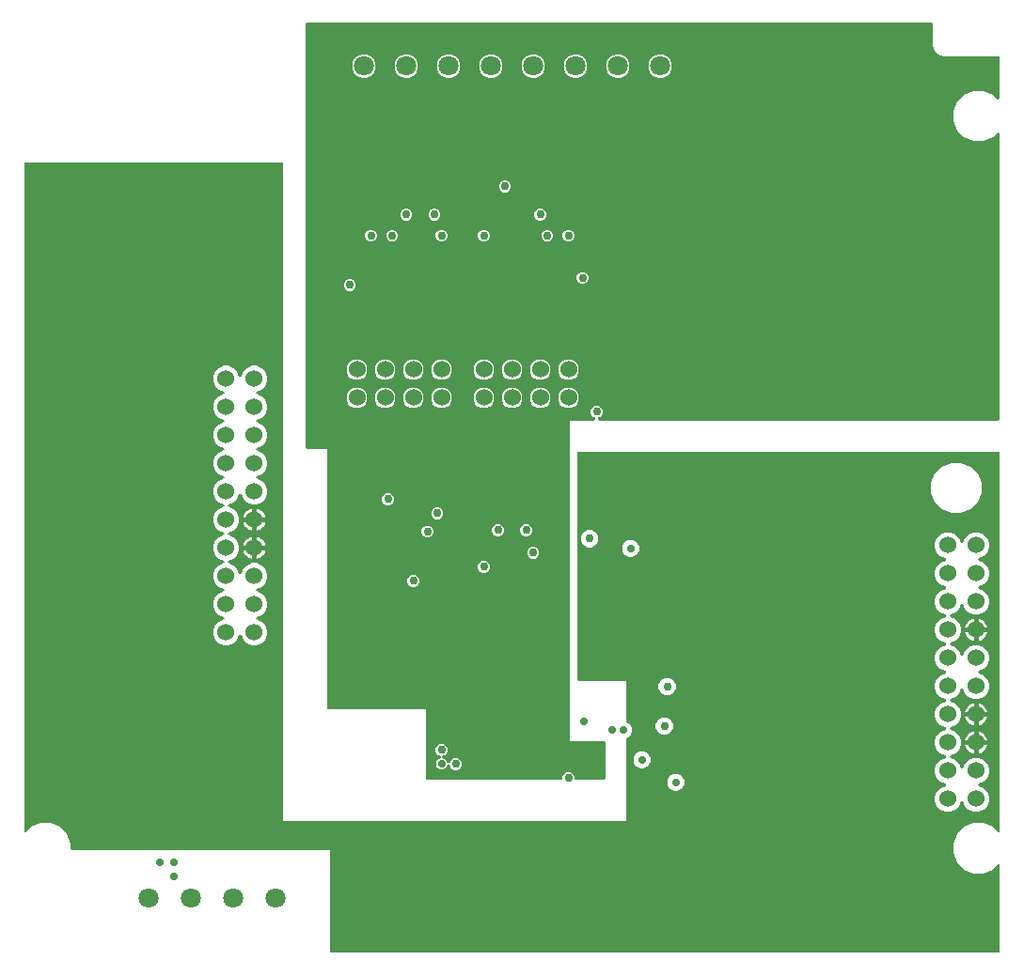
<source format=gbr>
G04 EAGLE Gerber RS-274X export*
G75*
%MOMM*%
%FSLAX34Y34*%
%LPD*%
%INCopper Layer 15*%
%IPPOS*%
%AMOC8*
5,1,8,0,0,1.08239X$1,22.5*%
G01*
%ADD10C,1.800000*%
%ADD11C,1.530000*%
%ADD12C,0.756400*%
%ADD13C,0.706400*%

G36*
X438120Y-424069D02*
X438120Y-424069D01*
X438178Y-424071D01*
X438260Y-424049D01*
X438344Y-424037D01*
X438397Y-424014D01*
X438453Y-423999D01*
X438526Y-423956D01*
X438603Y-423921D01*
X438648Y-423883D01*
X438698Y-423854D01*
X438756Y-423792D01*
X438820Y-423738D01*
X438852Y-423689D01*
X438892Y-423646D01*
X438931Y-423571D01*
X438978Y-423501D01*
X438995Y-423445D01*
X439022Y-423393D01*
X439033Y-423325D01*
X439063Y-423230D01*
X439066Y-423130D01*
X439077Y-423062D01*
X439077Y-345421D01*
X439073Y-345392D01*
X439076Y-345363D01*
X439053Y-345252D01*
X439037Y-345139D01*
X439025Y-345113D01*
X439020Y-345084D01*
X438968Y-344983D01*
X438921Y-344880D01*
X438902Y-344858D01*
X438889Y-344832D01*
X438811Y-344750D01*
X438738Y-344663D01*
X438713Y-344647D01*
X438693Y-344625D01*
X438595Y-344568D01*
X438501Y-344505D01*
X438473Y-344496D01*
X438448Y-344482D01*
X438338Y-344454D01*
X438230Y-344420D01*
X438200Y-344419D01*
X438172Y-344412D01*
X438059Y-344415D01*
X437946Y-344412D01*
X437917Y-344420D01*
X437888Y-344421D01*
X437780Y-344456D01*
X437671Y-344484D01*
X437645Y-344499D01*
X437617Y-344508D01*
X437554Y-344554D01*
X437426Y-344629D01*
X437383Y-344675D01*
X437344Y-344703D01*
X432836Y-349211D01*
X424507Y-352661D01*
X415493Y-352661D01*
X407164Y-349211D01*
X400789Y-342836D01*
X397339Y-334507D01*
X397339Y-325493D01*
X400789Y-317164D01*
X407164Y-310789D01*
X415493Y-307339D01*
X424507Y-307339D01*
X432836Y-310789D01*
X437344Y-315297D01*
X437368Y-315315D01*
X437387Y-315337D01*
X437481Y-315400D01*
X437571Y-315468D01*
X437599Y-315478D01*
X437623Y-315495D01*
X437731Y-315529D01*
X437837Y-315569D01*
X437866Y-315572D01*
X437894Y-315580D01*
X438008Y-315583D01*
X438120Y-315593D01*
X438149Y-315587D01*
X438178Y-315588D01*
X438288Y-315559D01*
X438399Y-315537D01*
X438425Y-315523D01*
X438453Y-315516D01*
X438551Y-315458D01*
X438651Y-315406D01*
X438673Y-315386D01*
X438698Y-315371D01*
X438775Y-315288D01*
X438857Y-315210D01*
X438872Y-315185D01*
X438892Y-315163D01*
X438944Y-315062D01*
X439001Y-314965D01*
X439008Y-314936D01*
X439022Y-314910D01*
X439035Y-314833D01*
X439071Y-314689D01*
X439069Y-314627D01*
X439077Y-314579D01*
X439077Y26670D01*
X439069Y26728D01*
X439071Y26786D01*
X439049Y26868D01*
X439037Y26952D01*
X439014Y27005D01*
X438999Y27061D01*
X438956Y27134D01*
X438921Y27211D01*
X438883Y27256D01*
X438854Y27306D01*
X438792Y27364D01*
X438738Y27428D01*
X438689Y27460D01*
X438646Y27500D01*
X438571Y27539D01*
X438501Y27586D01*
X438445Y27603D01*
X438393Y27630D01*
X438325Y27641D01*
X438230Y27671D01*
X438130Y27674D01*
X438062Y27685D01*
X59690Y27685D01*
X59632Y27677D01*
X59574Y27679D01*
X59492Y27657D01*
X59409Y27645D01*
X59355Y27622D01*
X59299Y27607D01*
X59226Y27564D01*
X59149Y27529D01*
X59104Y27491D01*
X59054Y27462D01*
X58996Y27400D01*
X58932Y27346D01*
X58900Y27297D01*
X58860Y27254D01*
X58821Y27179D01*
X58775Y27109D01*
X58757Y27053D01*
X58730Y27001D01*
X58719Y26933D01*
X58689Y26838D01*
X58686Y26738D01*
X58675Y26670D01*
X58675Y-177800D01*
X58683Y-177858D01*
X58681Y-177916D01*
X58703Y-177998D01*
X58715Y-178082D01*
X58739Y-178135D01*
X58753Y-178191D01*
X58796Y-178264D01*
X58831Y-178341D01*
X58869Y-178386D01*
X58899Y-178436D01*
X58960Y-178494D01*
X59015Y-178558D01*
X59063Y-178590D01*
X59106Y-178630D01*
X59181Y-178669D01*
X59251Y-178716D01*
X59307Y-178733D01*
X59359Y-178760D01*
X59427Y-178771D01*
X59522Y-178801D01*
X59622Y-178804D01*
X59690Y-178815D01*
X103125Y-178815D01*
X103125Y-215777D01*
X103125Y-215778D01*
X103125Y-215780D01*
X103145Y-215919D01*
X103165Y-216058D01*
X103165Y-216060D01*
X103165Y-216061D01*
X103222Y-216187D01*
X103281Y-216318D01*
X103282Y-216319D01*
X103283Y-216320D01*
X103374Y-216427D01*
X103465Y-216535D01*
X103466Y-216535D01*
X103467Y-216537D01*
X103480Y-216545D01*
X103701Y-216692D01*
X103730Y-216701D01*
X103751Y-216715D01*
X104633Y-217080D01*
X106770Y-219217D01*
X107927Y-222009D01*
X107927Y-225031D01*
X106770Y-227823D01*
X104633Y-229960D01*
X103751Y-230325D01*
X103750Y-230326D01*
X103749Y-230327D01*
X103631Y-230397D01*
X103507Y-230470D01*
X103506Y-230471D01*
X103504Y-230472D01*
X103407Y-230576D01*
X103311Y-230677D01*
X103311Y-230678D01*
X103310Y-230679D01*
X103245Y-230805D01*
X103181Y-230929D01*
X103181Y-230931D01*
X103180Y-230932D01*
X103178Y-230947D01*
X103126Y-231208D01*
X103129Y-231239D01*
X103125Y-231263D01*
X103125Y-305055D01*
X-205995Y-305055D01*
X-205995Y287020D01*
X-206003Y287078D01*
X-206001Y287136D01*
X-206023Y287218D01*
X-206035Y287302D01*
X-206059Y287355D01*
X-206073Y287411D01*
X-206116Y287484D01*
X-206151Y287561D01*
X-206189Y287606D01*
X-206219Y287656D01*
X-206280Y287714D01*
X-206335Y287778D01*
X-206383Y287810D01*
X-206426Y287850D01*
X-206501Y287889D01*
X-206571Y287936D01*
X-206627Y287953D01*
X-206679Y287980D01*
X-206747Y287991D01*
X-206842Y288021D01*
X-206942Y288024D01*
X-207010Y288035D01*
X-438062Y288035D01*
X-438120Y288027D01*
X-438178Y288029D01*
X-438260Y288007D01*
X-438344Y287995D01*
X-438397Y287972D01*
X-438453Y287957D01*
X-438526Y287914D01*
X-438603Y287879D01*
X-438648Y287841D01*
X-438698Y287812D01*
X-438756Y287750D01*
X-438820Y287696D01*
X-438852Y287647D01*
X-438892Y287604D01*
X-438931Y287529D01*
X-438978Y287459D01*
X-438995Y287403D01*
X-439022Y287351D01*
X-439033Y287283D01*
X-439063Y287188D01*
X-439066Y287088D01*
X-439077Y287020D01*
X-439077Y-314579D01*
X-439073Y-314608D01*
X-439076Y-314637D01*
X-439053Y-314748D01*
X-439037Y-314861D01*
X-439025Y-314887D01*
X-439020Y-314916D01*
X-438968Y-315017D01*
X-438921Y-315120D01*
X-438902Y-315142D01*
X-438889Y-315168D01*
X-438811Y-315250D01*
X-438738Y-315337D01*
X-438713Y-315353D01*
X-438693Y-315375D01*
X-438595Y-315432D01*
X-438501Y-315495D01*
X-438473Y-315504D01*
X-438448Y-315518D01*
X-438338Y-315546D01*
X-438230Y-315580D01*
X-438200Y-315581D01*
X-438172Y-315588D01*
X-438059Y-315585D01*
X-437946Y-315588D01*
X-437917Y-315580D01*
X-437888Y-315579D01*
X-437780Y-315544D01*
X-437671Y-315516D01*
X-437645Y-315501D01*
X-437617Y-315492D01*
X-437554Y-315446D01*
X-437426Y-315371D01*
X-437383Y-315325D01*
X-437344Y-315297D01*
X-432836Y-310789D01*
X-424507Y-307339D01*
X-415493Y-307339D01*
X-407164Y-310789D01*
X-400789Y-317164D01*
X-397339Y-325493D01*
X-397339Y-330200D01*
X-397331Y-330258D01*
X-397333Y-330316D01*
X-397311Y-330398D01*
X-397299Y-330482D01*
X-397276Y-330535D01*
X-397261Y-330591D01*
X-397218Y-330664D01*
X-397183Y-330741D01*
X-397145Y-330786D01*
X-397116Y-330836D01*
X-397054Y-330894D01*
X-397000Y-330958D01*
X-396951Y-330990D01*
X-396908Y-331030D01*
X-396833Y-331069D01*
X-396763Y-331116D01*
X-396707Y-331133D01*
X-396655Y-331160D01*
X-396587Y-331171D01*
X-396492Y-331201D01*
X-396392Y-331204D01*
X-396324Y-331215D01*
X-163575Y-331215D01*
X-163575Y-423062D01*
X-163567Y-423120D01*
X-163569Y-423178D01*
X-163547Y-423260D01*
X-163535Y-423344D01*
X-163512Y-423397D01*
X-163497Y-423453D01*
X-163454Y-423526D01*
X-163419Y-423603D01*
X-163381Y-423648D01*
X-163352Y-423698D01*
X-163290Y-423756D01*
X-163236Y-423820D01*
X-163187Y-423852D01*
X-163144Y-423892D01*
X-163069Y-423931D01*
X-162999Y-423978D01*
X-162943Y-423995D01*
X-162891Y-424022D01*
X-162823Y-424033D01*
X-162728Y-424063D01*
X-162628Y-424066D01*
X-162560Y-424077D01*
X438062Y-424077D01*
X438120Y-424069D01*
G37*
G36*
X43996Y-268220D02*
X43996Y-268220D01*
X44022Y-268222D01*
X44169Y-268200D01*
X44316Y-268183D01*
X44341Y-268175D01*
X44367Y-268171D01*
X44505Y-268116D01*
X44644Y-268066D01*
X44666Y-268052D01*
X44691Y-268042D01*
X44812Y-267957D01*
X44937Y-267877D01*
X44955Y-267858D01*
X44977Y-267843D01*
X45076Y-267733D01*
X45179Y-267626D01*
X45193Y-267604D01*
X45210Y-267584D01*
X45282Y-267454D01*
X45358Y-267327D01*
X45366Y-267302D01*
X45379Y-267279D01*
X45419Y-267136D01*
X45464Y-266995D01*
X45466Y-266969D01*
X45474Y-266944D01*
X45493Y-266700D01*
X45493Y-265644D01*
X46301Y-263694D01*
X47794Y-262201D01*
X49744Y-261393D01*
X51856Y-261393D01*
X53806Y-262201D01*
X55299Y-263694D01*
X56107Y-265644D01*
X56107Y-266700D01*
X56110Y-266726D01*
X56108Y-266752D01*
X56130Y-266899D01*
X56147Y-267046D01*
X56155Y-267071D01*
X56159Y-267097D01*
X56214Y-267235D01*
X56264Y-267374D01*
X56278Y-267396D01*
X56288Y-267421D01*
X56373Y-267542D01*
X56453Y-267667D01*
X56472Y-267685D01*
X56487Y-267707D01*
X56597Y-267806D01*
X56704Y-267909D01*
X56726Y-267923D01*
X56746Y-267940D01*
X56876Y-268012D01*
X57003Y-268088D01*
X57028Y-268096D01*
X57051Y-268109D01*
X57194Y-268149D01*
X57335Y-268194D01*
X57361Y-268196D01*
X57386Y-268204D01*
X57630Y-268223D01*
X82550Y-268223D01*
X82576Y-268220D01*
X82602Y-268222D01*
X82749Y-268200D01*
X82896Y-268183D01*
X82921Y-268175D01*
X82947Y-268171D01*
X83085Y-268116D01*
X83224Y-268066D01*
X83246Y-268052D01*
X83271Y-268042D01*
X83392Y-267957D01*
X83517Y-267877D01*
X83535Y-267858D01*
X83557Y-267843D01*
X83656Y-267733D01*
X83759Y-267626D01*
X83773Y-267604D01*
X83790Y-267584D01*
X83862Y-267454D01*
X83938Y-267327D01*
X83946Y-267302D01*
X83959Y-267279D01*
X83999Y-267136D01*
X84044Y-266995D01*
X84046Y-266969D01*
X84054Y-266944D01*
X84073Y-266700D01*
X84073Y-234950D01*
X84070Y-234924D01*
X84072Y-234898D01*
X84050Y-234751D01*
X84033Y-234604D01*
X84025Y-234579D01*
X84021Y-234553D01*
X83966Y-234415D01*
X83916Y-234276D01*
X83902Y-234254D01*
X83892Y-234229D01*
X83807Y-234108D01*
X83727Y-233983D01*
X83708Y-233965D01*
X83693Y-233943D01*
X83583Y-233844D01*
X83476Y-233741D01*
X83454Y-233727D01*
X83434Y-233710D01*
X83304Y-233638D01*
X83177Y-233562D01*
X83152Y-233554D01*
X83129Y-233541D01*
X82986Y-233501D01*
X82845Y-233456D01*
X82819Y-233454D01*
X82794Y-233446D01*
X82550Y-233427D01*
X52323Y-233427D01*
X52323Y55627D01*
X73683Y55627D01*
X73733Y55633D01*
X73783Y55630D01*
X73905Y55652D01*
X74029Y55667D01*
X74076Y55684D01*
X74126Y55693D01*
X74240Y55742D01*
X74357Y55784D01*
X74399Y55811D01*
X74445Y55832D01*
X74545Y55906D01*
X74650Y55973D01*
X74685Y56009D01*
X74725Y56039D01*
X74806Y56134D01*
X74892Y56224D01*
X74918Y56267D01*
X74950Y56305D01*
X75007Y56416D01*
X75071Y56523D01*
X75086Y56571D01*
X75109Y56616D01*
X75139Y56737D01*
X75177Y56855D01*
X75181Y56905D01*
X75193Y56954D01*
X75195Y57078D01*
X75205Y57202D01*
X75198Y57252D01*
X75198Y57302D01*
X75172Y57424D01*
X75153Y57547D01*
X75135Y57594D01*
X75124Y57643D01*
X75071Y57755D01*
X75025Y57871D01*
X74996Y57912D01*
X74974Y57958D01*
X74897Y58055D01*
X74826Y58157D01*
X74788Y58191D01*
X74757Y58230D01*
X74659Y58307D01*
X74567Y58390D01*
X74523Y58415D01*
X74483Y58446D01*
X74266Y58557D01*
X73194Y59001D01*
X71701Y60494D01*
X70893Y62444D01*
X70893Y64556D01*
X71701Y66506D01*
X73194Y67999D01*
X75144Y68807D01*
X77256Y68807D01*
X79206Y67999D01*
X80699Y66506D01*
X81507Y64556D01*
X81507Y62444D01*
X80699Y60494D01*
X79206Y59001D01*
X78134Y58557D01*
X78090Y58533D01*
X78043Y58516D01*
X77939Y58449D01*
X77830Y58388D01*
X77792Y58354D01*
X77750Y58327D01*
X77664Y58237D01*
X77572Y58154D01*
X77543Y58113D01*
X77508Y58076D01*
X77444Y57969D01*
X77373Y57867D01*
X77355Y57820D01*
X77329Y57777D01*
X77291Y57659D01*
X77246Y57543D01*
X77238Y57493D01*
X77223Y57445D01*
X77213Y57321D01*
X77195Y57198D01*
X77199Y57148D01*
X77195Y57098D01*
X77213Y56975D01*
X77224Y56851D01*
X77239Y56803D01*
X77247Y56753D01*
X77293Y56637D01*
X77331Y56519D01*
X77357Y56476D01*
X77375Y56429D01*
X77446Y56327D01*
X77510Y56221D01*
X77546Y56184D01*
X77574Y56143D01*
X77667Y56060D01*
X77753Y55971D01*
X77796Y55943D01*
X77833Y55910D01*
X77942Y55850D01*
X78047Y55782D01*
X78094Y55766D01*
X78138Y55741D01*
X78258Y55707D01*
X78375Y55666D01*
X78425Y55660D01*
X78474Y55646D01*
X78717Y55627D01*
X437554Y55627D01*
X437580Y55630D01*
X437606Y55628D01*
X437753Y55650D01*
X437900Y55667D01*
X437925Y55675D01*
X437951Y55679D01*
X438089Y55734D01*
X438228Y55784D01*
X438250Y55798D01*
X438275Y55808D01*
X438396Y55893D01*
X438521Y55973D01*
X438539Y55992D01*
X438561Y56007D01*
X438660Y56117D01*
X438763Y56224D01*
X438777Y56246D01*
X438794Y56266D01*
X438866Y56396D01*
X438942Y56523D01*
X438950Y56548D01*
X438963Y56571D01*
X439003Y56714D01*
X439048Y56855D01*
X439050Y56881D01*
X439058Y56906D01*
X439077Y57150D01*
X439077Y313353D01*
X439066Y313453D01*
X439064Y313553D01*
X439046Y313625D01*
X439037Y313699D01*
X439004Y313793D01*
X438979Y313891D01*
X438945Y313957D01*
X438920Y314027D01*
X438865Y314111D01*
X438819Y314201D01*
X438771Y314257D01*
X438731Y314320D01*
X438659Y314390D01*
X438594Y314466D01*
X438534Y314510D01*
X438480Y314562D01*
X438394Y314614D01*
X438313Y314673D01*
X438245Y314703D01*
X438181Y314741D01*
X438085Y314771D01*
X437993Y314811D01*
X437920Y314824D01*
X437849Y314847D01*
X437749Y314855D01*
X437650Y314873D01*
X437576Y314869D01*
X437502Y314875D01*
X437402Y314860D01*
X437302Y314855D01*
X437231Y314834D01*
X437157Y314823D01*
X437064Y314786D01*
X436967Y314758D01*
X436902Y314722D01*
X436833Y314695D01*
X436751Y314637D01*
X436663Y314588D01*
X436587Y314523D01*
X436547Y314496D01*
X436523Y314469D01*
X436477Y314430D01*
X432836Y310789D01*
X424508Y307339D01*
X415492Y307339D01*
X407164Y310789D01*
X400789Y317164D01*
X397339Y325492D01*
X397339Y334508D01*
X400789Y342836D01*
X407164Y349211D01*
X415492Y352661D01*
X424508Y352661D01*
X432836Y349211D01*
X436477Y345570D01*
X436555Y345508D01*
X436628Y345438D01*
X436692Y345400D01*
X436750Y345354D01*
X436841Y345311D01*
X436927Y345259D01*
X436998Y345236D01*
X437065Y345205D01*
X437163Y345184D01*
X437259Y345153D01*
X437333Y345147D01*
X437406Y345131D01*
X437506Y345133D01*
X437606Y345125D01*
X437680Y345136D01*
X437754Y345137D01*
X437851Y345162D01*
X437951Y345177D01*
X438020Y345204D01*
X438092Y345222D01*
X438182Y345268D01*
X438275Y345305D01*
X438336Y345348D01*
X438402Y345382D01*
X438479Y345447D01*
X438561Y345504D01*
X438611Y345559D01*
X438667Y345608D01*
X438727Y345689D01*
X438794Y345763D01*
X438830Y345828D01*
X438875Y345888D01*
X438914Y345980D01*
X438963Y346068D01*
X438983Y346140D01*
X439013Y346208D01*
X439030Y346307D01*
X439058Y346404D01*
X439066Y346504D01*
X439074Y346551D01*
X439072Y346587D01*
X439077Y346647D01*
X439077Y382554D01*
X439074Y382580D01*
X439076Y382606D01*
X439054Y382753D01*
X439037Y382900D01*
X439029Y382925D01*
X439025Y382951D01*
X438970Y383089D01*
X438920Y383228D01*
X438906Y383250D01*
X438896Y383275D01*
X438811Y383396D01*
X438731Y383521D01*
X438712Y383539D01*
X438697Y383561D01*
X438587Y383660D01*
X438480Y383763D01*
X438458Y383777D01*
X438438Y383794D01*
X438308Y383866D01*
X438181Y383942D01*
X438156Y383950D01*
X438133Y383963D01*
X437990Y384003D01*
X437849Y384048D01*
X437823Y384050D01*
X437798Y384058D01*
X437554Y384077D01*
X387827Y384077D01*
X383813Y385740D01*
X380740Y388813D01*
X379077Y392827D01*
X379077Y412554D01*
X379074Y412580D01*
X379076Y412606D01*
X379054Y412753D01*
X379037Y412900D01*
X379029Y412925D01*
X379025Y412951D01*
X378970Y413089D01*
X378920Y413228D01*
X378906Y413250D01*
X378896Y413275D01*
X378811Y413396D01*
X378731Y413521D01*
X378712Y413539D01*
X378697Y413561D01*
X378587Y413660D01*
X378480Y413763D01*
X378458Y413777D01*
X378438Y413794D01*
X378308Y413866D01*
X378181Y413942D01*
X378156Y413950D01*
X378133Y413963D01*
X377990Y414003D01*
X377849Y414048D01*
X377823Y414050D01*
X377798Y414058D01*
X377554Y414077D01*
X-184150Y414077D01*
X-184176Y414074D01*
X-184202Y414076D01*
X-184349Y414054D01*
X-184496Y414037D01*
X-184521Y414029D01*
X-184547Y414025D01*
X-184685Y413970D01*
X-184824Y413920D01*
X-184846Y413906D01*
X-184871Y413896D01*
X-184992Y413811D01*
X-185117Y413731D01*
X-185135Y413712D01*
X-185157Y413697D01*
X-185256Y413587D01*
X-185359Y413480D01*
X-185373Y413458D01*
X-185390Y413438D01*
X-185462Y413308D01*
X-185538Y413181D01*
X-185546Y413156D01*
X-185559Y413133D01*
X-185599Y412990D01*
X-185644Y412849D01*
X-185646Y412823D01*
X-185654Y412798D01*
X-185673Y412554D01*
X-185673Y31750D01*
X-185670Y31724D01*
X-185672Y31698D01*
X-185650Y31551D01*
X-185633Y31404D01*
X-185625Y31379D01*
X-185621Y31353D01*
X-185566Y31215D01*
X-185516Y31076D01*
X-185502Y31054D01*
X-185492Y31029D01*
X-185407Y30908D01*
X-185327Y30783D01*
X-185308Y30765D01*
X-185293Y30743D01*
X-185183Y30644D01*
X-185076Y30541D01*
X-185054Y30527D01*
X-185034Y30510D01*
X-184904Y30438D01*
X-184777Y30362D01*
X-184752Y30354D01*
X-184729Y30341D01*
X-184586Y30301D01*
X-184445Y30256D01*
X-184419Y30254D01*
X-184394Y30246D01*
X-184150Y30227D01*
X-166623Y30227D01*
X-166623Y-203200D01*
X-166620Y-203226D01*
X-166622Y-203252D01*
X-166600Y-203399D01*
X-166583Y-203546D01*
X-166575Y-203571D01*
X-166571Y-203597D01*
X-166516Y-203735D01*
X-166466Y-203874D01*
X-166452Y-203896D01*
X-166442Y-203921D01*
X-166357Y-204042D01*
X-166277Y-204167D01*
X-166258Y-204185D01*
X-166243Y-204207D01*
X-166133Y-204306D01*
X-166026Y-204409D01*
X-166004Y-204423D01*
X-165984Y-204440D01*
X-165854Y-204512D01*
X-165727Y-204588D01*
X-165702Y-204596D01*
X-165679Y-204609D01*
X-165536Y-204649D01*
X-165395Y-204694D01*
X-165369Y-204696D01*
X-165344Y-204704D01*
X-165100Y-204723D01*
X-77723Y-204723D01*
X-77723Y-266700D01*
X-77720Y-266726D01*
X-77722Y-266752D01*
X-77700Y-266899D01*
X-77683Y-267046D01*
X-77675Y-267071D01*
X-77671Y-267097D01*
X-77616Y-267235D01*
X-77566Y-267374D01*
X-77552Y-267396D01*
X-77542Y-267421D01*
X-77457Y-267542D01*
X-77377Y-267667D01*
X-77358Y-267685D01*
X-77343Y-267707D01*
X-77233Y-267806D01*
X-77126Y-267909D01*
X-77104Y-267923D01*
X-77084Y-267940D01*
X-76954Y-268012D01*
X-76827Y-268088D01*
X-76802Y-268096D01*
X-76779Y-268109D01*
X-76636Y-268149D01*
X-76495Y-268194D01*
X-76469Y-268196D01*
X-76444Y-268204D01*
X-76200Y-268223D01*
X43970Y-268223D01*
X43996Y-268220D01*
G37*
%LPC*%
G36*
X-259780Y-147115D02*
X-259780Y-147115D01*
X-264086Y-145331D01*
X-267381Y-142036D01*
X-269165Y-137730D01*
X-269165Y-133070D01*
X-267381Y-128764D01*
X-264086Y-125469D01*
X-259666Y-123638D01*
X-259641Y-123623D01*
X-259613Y-123614D01*
X-259519Y-123551D01*
X-259421Y-123493D01*
X-259401Y-123472D01*
X-259377Y-123456D01*
X-259304Y-123369D01*
X-259226Y-123287D01*
X-259213Y-123261D01*
X-259194Y-123238D01*
X-259148Y-123135D01*
X-259096Y-123034D01*
X-259090Y-123005D01*
X-259078Y-122978D01*
X-259063Y-122866D01*
X-259041Y-122755D01*
X-259043Y-122726D01*
X-259039Y-122697D01*
X-259055Y-122585D01*
X-259065Y-122472D01*
X-259076Y-122445D01*
X-259080Y-122415D01*
X-259127Y-122312D01*
X-259167Y-122207D01*
X-259185Y-122183D01*
X-259197Y-122156D01*
X-259271Y-122070D01*
X-259339Y-121980D01*
X-259362Y-121962D01*
X-259381Y-121940D01*
X-259448Y-121898D01*
X-259567Y-121810D01*
X-259625Y-121788D01*
X-259666Y-121762D01*
X-264086Y-119931D01*
X-267381Y-116636D01*
X-269165Y-112330D01*
X-269165Y-107670D01*
X-267381Y-103364D01*
X-264086Y-100069D01*
X-259666Y-98238D01*
X-259641Y-98223D01*
X-259613Y-98214D01*
X-259519Y-98151D01*
X-259421Y-98093D01*
X-259401Y-98072D01*
X-259377Y-98056D01*
X-259304Y-97969D01*
X-259226Y-97887D01*
X-259213Y-97861D01*
X-259194Y-97838D01*
X-259148Y-97735D01*
X-259096Y-97634D01*
X-259090Y-97605D01*
X-259078Y-97578D01*
X-259063Y-97466D01*
X-259041Y-97355D01*
X-259043Y-97326D01*
X-259039Y-97297D01*
X-259055Y-97185D01*
X-259065Y-97072D01*
X-259076Y-97045D01*
X-259080Y-97015D01*
X-259127Y-96912D01*
X-259167Y-96807D01*
X-259185Y-96783D01*
X-259197Y-96756D01*
X-259271Y-96670D01*
X-259339Y-96580D01*
X-259362Y-96562D01*
X-259381Y-96540D01*
X-259448Y-96498D01*
X-259567Y-96410D01*
X-259625Y-96388D01*
X-259666Y-96362D01*
X-264086Y-94531D01*
X-267381Y-91236D01*
X-269165Y-86930D01*
X-269165Y-82270D01*
X-267381Y-77964D01*
X-264086Y-74669D01*
X-259666Y-72838D01*
X-259641Y-72823D01*
X-259613Y-72814D01*
X-259519Y-72751D01*
X-259421Y-72693D01*
X-259401Y-72672D01*
X-259377Y-72656D01*
X-259304Y-72569D01*
X-259226Y-72487D01*
X-259213Y-72461D01*
X-259194Y-72438D01*
X-259148Y-72335D01*
X-259096Y-72234D01*
X-259090Y-72205D01*
X-259078Y-72178D01*
X-259063Y-72066D01*
X-259041Y-71955D01*
X-259043Y-71926D01*
X-259039Y-71897D01*
X-259055Y-71785D01*
X-259065Y-71672D01*
X-259076Y-71645D01*
X-259080Y-71615D01*
X-259127Y-71512D01*
X-259167Y-71407D01*
X-259185Y-71383D01*
X-259197Y-71356D01*
X-259271Y-71270D01*
X-259339Y-71180D01*
X-259362Y-71162D01*
X-259381Y-71140D01*
X-259448Y-71098D01*
X-259567Y-71010D01*
X-259625Y-70988D01*
X-259666Y-70962D01*
X-264086Y-69131D01*
X-267381Y-65836D01*
X-269165Y-61530D01*
X-269165Y-56870D01*
X-267381Y-52564D01*
X-264086Y-49269D01*
X-259666Y-47438D01*
X-259641Y-47423D01*
X-259613Y-47414D01*
X-259519Y-47351D01*
X-259421Y-47293D01*
X-259401Y-47272D01*
X-259377Y-47256D01*
X-259304Y-47169D01*
X-259226Y-47087D01*
X-259213Y-47061D01*
X-259194Y-47038D01*
X-259148Y-46935D01*
X-259096Y-46834D01*
X-259090Y-46805D01*
X-259078Y-46778D01*
X-259063Y-46666D01*
X-259041Y-46555D01*
X-259043Y-46526D01*
X-259039Y-46497D01*
X-259055Y-46385D01*
X-259065Y-46272D01*
X-259076Y-46245D01*
X-259080Y-46215D01*
X-259127Y-46112D01*
X-259167Y-46007D01*
X-259185Y-45983D01*
X-259197Y-45956D01*
X-259271Y-45870D01*
X-259339Y-45780D01*
X-259362Y-45762D01*
X-259381Y-45740D01*
X-259448Y-45698D01*
X-259567Y-45610D01*
X-259625Y-45588D01*
X-259666Y-45562D01*
X-264086Y-43731D01*
X-267381Y-40436D01*
X-269165Y-36130D01*
X-269165Y-31470D01*
X-267381Y-27164D01*
X-264086Y-23869D01*
X-259666Y-22038D01*
X-259641Y-22023D01*
X-259613Y-22014D01*
X-259519Y-21951D01*
X-259421Y-21893D01*
X-259401Y-21872D01*
X-259377Y-21856D01*
X-259304Y-21769D01*
X-259226Y-21687D01*
X-259213Y-21661D01*
X-259194Y-21638D01*
X-259148Y-21535D01*
X-259096Y-21434D01*
X-259090Y-21405D01*
X-259078Y-21378D01*
X-259063Y-21266D01*
X-259041Y-21155D01*
X-259043Y-21126D01*
X-259039Y-21097D01*
X-259055Y-20985D01*
X-259065Y-20872D01*
X-259076Y-20845D01*
X-259080Y-20815D01*
X-259127Y-20712D01*
X-259167Y-20607D01*
X-259185Y-20583D01*
X-259197Y-20556D01*
X-259271Y-20470D01*
X-259339Y-20380D01*
X-259362Y-20362D01*
X-259381Y-20340D01*
X-259448Y-20298D01*
X-259567Y-20210D01*
X-259625Y-20188D01*
X-259666Y-20162D01*
X-264086Y-18331D01*
X-267381Y-15036D01*
X-269165Y-10730D01*
X-269165Y-6070D01*
X-267381Y-1764D01*
X-264086Y1531D01*
X-259666Y3362D01*
X-259641Y3377D01*
X-259613Y3386D01*
X-259519Y3449D01*
X-259421Y3507D01*
X-259401Y3528D01*
X-259377Y3544D01*
X-259304Y3631D01*
X-259226Y3713D01*
X-259213Y3739D01*
X-259194Y3762D01*
X-259148Y3865D01*
X-259096Y3966D01*
X-259090Y3995D01*
X-259078Y4022D01*
X-259063Y4134D01*
X-259041Y4245D01*
X-259043Y4274D01*
X-259039Y4303D01*
X-259055Y4415D01*
X-259065Y4528D01*
X-259076Y4555D01*
X-259080Y4584D01*
X-259127Y4688D01*
X-259167Y4793D01*
X-259185Y4817D01*
X-259197Y4844D01*
X-259271Y4930D01*
X-259339Y5020D01*
X-259362Y5038D01*
X-259381Y5060D01*
X-259448Y5102D01*
X-259567Y5190D01*
X-259625Y5212D01*
X-259666Y5238D01*
X-264086Y7069D01*
X-267381Y10364D01*
X-269165Y14670D01*
X-269165Y19330D01*
X-267381Y23636D01*
X-264086Y26931D01*
X-259666Y28762D01*
X-259641Y28777D01*
X-259613Y28786D01*
X-259519Y28849D01*
X-259421Y28907D01*
X-259401Y28928D01*
X-259377Y28944D01*
X-259304Y29031D01*
X-259226Y29113D01*
X-259213Y29139D01*
X-259194Y29162D01*
X-259148Y29265D01*
X-259096Y29366D01*
X-259090Y29395D01*
X-259078Y29422D01*
X-259063Y29534D01*
X-259041Y29645D01*
X-259043Y29674D01*
X-259039Y29703D01*
X-259056Y29815D01*
X-259065Y29928D01*
X-259076Y29955D01*
X-259080Y29985D01*
X-259127Y30088D01*
X-259167Y30193D01*
X-259185Y30217D01*
X-259197Y30244D01*
X-259270Y30330D01*
X-259339Y30420D01*
X-259362Y30438D01*
X-259381Y30460D01*
X-259448Y30502D01*
X-259567Y30590D01*
X-259625Y30612D01*
X-259666Y30638D01*
X-264086Y32469D01*
X-267381Y35764D01*
X-269165Y40070D01*
X-269165Y44730D01*
X-267381Y49036D01*
X-264086Y52331D01*
X-259666Y54162D01*
X-259641Y54177D01*
X-259613Y54186D01*
X-259519Y54249D01*
X-259421Y54307D01*
X-259401Y54328D01*
X-259377Y54344D01*
X-259304Y54431D01*
X-259226Y54513D01*
X-259213Y54539D01*
X-259194Y54562D01*
X-259148Y54665D01*
X-259096Y54766D01*
X-259090Y54795D01*
X-259078Y54822D01*
X-259063Y54934D01*
X-259041Y55045D01*
X-259043Y55074D01*
X-259039Y55103D01*
X-259056Y55215D01*
X-259065Y55328D01*
X-259076Y55355D01*
X-259080Y55385D01*
X-259127Y55488D01*
X-259167Y55593D01*
X-259185Y55617D01*
X-259197Y55644D01*
X-259270Y55730D01*
X-259339Y55820D01*
X-259362Y55838D01*
X-259381Y55860D01*
X-259448Y55902D01*
X-259567Y55990D01*
X-259625Y56012D01*
X-259666Y56038D01*
X-264086Y57869D01*
X-267381Y61164D01*
X-269165Y65470D01*
X-269165Y70130D01*
X-267381Y74436D01*
X-264086Y77731D01*
X-259666Y79562D01*
X-259641Y79577D01*
X-259613Y79586D01*
X-259547Y79630D01*
X-259518Y79643D01*
X-259494Y79664D01*
X-259421Y79707D01*
X-259401Y79728D01*
X-259377Y79744D01*
X-259322Y79809D01*
X-259301Y79827D01*
X-259286Y79850D01*
X-259226Y79913D01*
X-259213Y79939D01*
X-259194Y79962D01*
X-259158Y80042D01*
X-259144Y80063D01*
X-259136Y80088D01*
X-259096Y80166D01*
X-259090Y80195D01*
X-259078Y80222D01*
X-259066Y80309D01*
X-259058Y80334D01*
X-259057Y80361D01*
X-259041Y80445D01*
X-259043Y80474D01*
X-259039Y80503D01*
X-259052Y80588D01*
X-259051Y80618D01*
X-259058Y80647D01*
X-259065Y80728D01*
X-259076Y80755D01*
X-259080Y80785D01*
X-259114Y80859D01*
X-259123Y80893D01*
X-259140Y80923D01*
X-259167Y80993D01*
X-259185Y81017D01*
X-259197Y81044D01*
X-259246Y81101D01*
X-259268Y81138D01*
X-259298Y81166D01*
X-259339Y81220D01*
X-259362Y81238D01*
X-259381Y81260D01*
X-259431Y81291D01*
X-259475Y81332D01*
X-259519Y81355D01*
X-259567Y81390D01*
X-259625Y81412D01*
X-259666Y81438D01*
X-264086Y83269D01*
X-267381Y86564D01*
X-269165Y90870D01*
X-269165Y95530D01*
X-267381Y99836D01*
X-264086Y103131D01*
X-259780Y104915D01*
X-255120Y104915D01*
X-250814Y103131D01*
X-247519Y99836D01*
X-245688Y95416D01*
X-245673Y95391D01*
X-245664Y95363D01*
X-245601Y95269D01*
X-245543Y95171D01*
X-245522Y95151D01*
X-245506Y95127D01*
X-245419Y95054D01*
X-245337Y94976D01*
X-245311Y94963D01*
X-245288Y94944D01*
X-245185Y94898D01*
X-245084Y94846D01*
X-245055Y94840D01*
X-245028Y94828D01*
X-244916Y94813D01*
X-244805Y94791D01*
X-244776Y94793D01*
X-244747Y94789D01*
X-244635Y94806D01*
X-244522Y94815D01*
X-244495Y94826D01*
X-244466Y94830D01*
X-244362Y94877D01*
X-244257Y94917D01*
X-244233Y94935D01*
X-244206Y94947D01*
X-244120Y95021D01*
X-244030Y95089D01*
X-244012Y95112D01*
X-243990Y95131D01*
X-243948Y95198D01*
X-243860Y95317D01*
X-243838Y95375D01*
X-243812Y95416D01*
X-241981Y99836D01*
X-238686Y103131D01*
X-234380Y104915D01*
X-229720Y104915D01*
X-225414Y103131D01*
X-222119Y99836D01*
X-220335Y95530D01*
X-220335Y90870D01*
X-222119Y86564D01*
X-225414Y83269D01*
X-229834Y81438D01*
X-229859Y81423D01*
X-229887Y81414D01*
X-229935Y81382D01*
X-229982Y81361D01*
X-230022Y81327D01*
X-230079Y81293D01*
X-230099Y81272D01*
X-230123Y81256D01*
X-230166Y81205D01*
X-230199Y81178D01*
X-230223Y81141D01*
X-230274Y81087D01*
X-230287Y81061D01*
X-230306Y81038D01*
X-230336Y80971D01*
X-230356Y80941D01*
X-230367Y80906D01*
X-230404Y80834D01*
X-230410Y80805D01*
X-230422Y80778D01*
X-230433Y80699D01*
X-230442Y80670D01*
X-230443Y80639D01*
X-230459Y80555D01*
X-230457Y80526D01*
X-230461Y80497D01*
X-230449Y80413D01*
X-230449Y80386D01*
X-230442Y80359D01*
X-230435Y80272D01*
X-230424Y80245D01*
X-230420Y80216D01*
X-230384Y80136D01*
X-230377Y80111D01*
X-230364Y80088D01*
X-230333Y80007D01*
X-230315Y79983D01*
X-230303Y79956D01*
X-230246Y79890D01*
X-230232Y79866D01*
X-230212Y79848D01*
X-230161Y79780D01*
X-230138Y79762D01*
X-230119Y79740D01*
X-230056Y79701D01*
X-230025Y79672D01*
X-229998Y79658D01*
X-229933Y79610D01*
X-229875Y79588D01*
X-229834Y79562D01*
X-225414Y77731D01*
X-222119Y74436D01*
X-220335Y70130D01*
X-220335Y65470D01*
X-222119Y61164D01*
X-225414Y57869D01*
X-229834Y56038D01*
X-229859Y56023D01*
X-229887Y56014D01*
X-229981Y55951D01*
X-230079Y55893D01*
X-230099Y55872D01*
X-230123Y55856D01*
X-230196Y55769D01*
X-230274Y55687D01*
X-230287Y55661D01*
X-230306Y55638D01*
X-230352Y55535D01*
X-230404Y55434D01*
X-230410Y55405D01*
X-230422Y55378D01*
X-230437Y55266D01*
X-230459Y55155D01*
X-230457Y55126D01*
X-230461Y55097D01*
X-230444Y54985D01*
X-230435Y54872D01*
X-230424Y54845D01*
X-230420Y54816D01*
X-230373Y54712D01*
X-230333Y54607D01*
X-230315Y54583D01*
X-230303Y54556D01*
X-230229Y54470D01*
X-230161Y54380D01*
X-230138Y54362D01*
X-230119Y54340D01*
X-230052Y54298D01*
X-229933Y54210D01*
X-229875Y54188D01*
X-229834Y54162D01*
X-225414Y52331D01*
X-222119Y49036D01*
X-220335Y44730D01*
X-220335Y40070D01*
X-222119Y35764D01*
X-225414Y32469D01*
X-229834Y30638D01*
X-229859Y30623D01*
X-229887Y30614D01*
X-229981Y30551D01*
X-230079Y30493D01*
X-230099Y30472D01*
X-230123Y30456D01*
X-230196Y30369D01*
X-230274Y30287D01*
X-230287Y30261D01*
X-230306Y30238D01*
X-230352Y30135D01*
X-230404Y30034D01*
X-230410Y30005D01*
X-230422Y29978D01*
X-230437Y29866D01*
X-230459Y29755D01*
X-230457Y29726D01*
X-230461Y29697D01*
X-230444Y29585D01*
X-230435Y29472D01*
X-230424Y29445D01*
X-230420Y29416D01*
X-230373Y29312D01*
X-230333Y29207D01*
X-230315Y29183D01*
X-230303Y29156D01*
X-230229Y29070D01*
X-230161Y28980D01*
X-230138Y28962D01*
X-230119Y28940D01*
X-230052Y28898D01*
X-229933Y28810D01*
X-229875Y28788D01*
X-229834Y28762D01*
X-225414Y26931D01*
X-222119Y23636D01*
X-220335Y19330D01*
X-220335Y14670D01*
X-222119Y10364D01*
X-225414Y7069D01*
X-229834Y5238D01*
X-229859Y5223D01*
X-229887Y5214D01*
X-229981Y5151D01*
X-230079Y5093D01*
X-230099Y5072D01*
X-230123Y5056D01*
X-230196Y4969D01*
X-230274Y4887D01*
X-230287Y4861D01*
X-230306Y4838D01*
X-230352Y4735D01*
X-230404Y4634D01*
X-230410Y4605D01*
X-230422Y4578D01*
X-230437Y4466D01*
X-230459Y4355D01*
X-230457Y4326D01*
X-230461Y4297D01*
X-230445Y4185D01*
X-230435Y4072D01*
X-230424Y4045D01*
X-230420Y4015D01*
X-230373Y3912D01*
X-230333Y3807D01*
X-230315Y3783D01*
X-230303Y3756D01*
X-230229Y3670D01*
X-230161Y3580D01*
X-230138Y3562D01*
X-230119Y3540D01*
X-230052Y3498D01*
X-229933Y3410D01*
X-229875Y3388D01*
X-229834Y3362D01*
X-225414Y1531D01*
X-222119Y-1764D01*
X-220335Y-6070D01*
X-220335Y-10730D01*
X-222119Y-15036D01*
X-225414Y-18331D01*
X-229720Y-20115D01*
X-234380Y-20115D01*
X-238686Y-18331D01*
X-241981Y-15036D01*
X-243812Y-10616D01*
X-243827Y-10591D01*
X-243836Y-10563D01*
X-243899Y-10469D01*
X-243957Y-10371D01*
X-243978Y-10351D01*
X-243994Y-10327D01*
X-244081Y-10254D01*
X-244163Y-10176D01*
X-244189Y-10163D01*
X-244212Y-10144D01*
X-244315Y-10098D01*
X-244416Y-10046D01*
X-244445Y-10040D01*
X-244472Y-10028D01*
X-244584Y-10013D01*
X-244695Y-9991D01*
X-244724Y-9993D01*
X-244753Y-9989D01*
X-244865Y-10005D01*
X-244978Y-10015D01*
X-245005Y-10026D01*
X-245035Y-10030D01*
X-245138Y-10077D01*
X-245243Y-10117D01*
X-245267Y-10135D01*
X-245294Y-10147D01*
X-245380Y-10221D01*
X-245470Y-10289D01*
X-245488Y-10312D01*
X-245510Y-10331D01*
X-245552Y-10398D01*
X-245640Y-10517D01*
X-245662Y-10575D01*
X-245688Y-10616D01*
X-247519Y-15036D01*
X-250814Y-18331D01*
X-255234Y-20162D01*
X-255259Y-20177D01*
X-255287Y-20186D01*
X-255381Y-20249D01*
X-255479Y-20307D01*
X-255499Y-20328D01*
X-255523Y-20344D01*
X-255596Y-20431D01*
X-255674Y-20513D01*
X-255687Y-20539D01*
X-255706Y-20562D01*
X-255752Y-20665D01*
X-255804Y-20766D01*
X-255810Y-20795D01*
X-255822Y-20822D01*
X-255837Y-20934D01*
X-255859Y-21045D01*
X-255857Y-21074D01*
X-255861Y-21103D01*
X-255845Y-21215D01*
X-255835Y-21328D01*
X-255824Y-21355D01*
X-255820Y-21384D01*
X-255773Y-21488D01*
X-255733Y-21593D01*
X-255715Y-21617D01*
X-255703Y-21644D01*
X-255629Y-21730D01*
X-255561Y-21820D01*
X-255538Y-21838D01*
X-255519Y-21860D01*
X-255452Y-21902D01*
X-255333Y-21990D01*
X-255275Y-22012D01*
X-255234Y-22038D01*
X-250814Y-23869D01*
X-247519Y-27164D01*
X-245735Y-31470D01*
X-245735Y-36130D01*
X-247519Y-40436D01*
X-250814Y-43731D01*
X-255234Y-45562D01*
X-255259Y-45577D01*
X-255287Y-45586D01*
X-255381Y-45649D01*
X-255479Y-45707D01*
X-255499Y-45728D01*
X-255523Y-45744D01*
X-255596Y-45831D01*
X-255674Y-45913D01*
X-255687Y-45939D01*
X-255706Y-45962D01*
X-255752Y-46065D01*
X-255804Y-46166D01*
X-255810Y-46195D01*
X-255822Y-46222D01*
X-255837Y-46334D01*
X-255859Y-46445D01*
X-255857Y-46474D01*
X-255861Y-46503D01*
X-255845Y-46615D01*
X-255835Y-46728D01*
X-255824Y-46755D01*
X-255820Y-46784D01*
X-255773Y-46888D01*
X-255733Y-46993D01*
X-255715Y-47017D01*
X-255703Y-47044D01*
X-255629Y-47130D01*
X-255561Y-47220D01*
X-255538Y-47238D01*
X-255519Y-47260D01*
X-255452Y-47302D01*
X-255333Y-47390D01*
X-255275Y-47412D01*
X-255234Y-47438D01*
X-250814Y-49269D01*
X-247519Y-52564D01*
X-245735Y-56870D01*
X-245735Y-61530D01*
X-247519Y-65836D01*
X-250814Y-69131D01*
X-255234Y-70962D01*
X-255259Y-70977D01*
X-255287Y-70986D01*
X-255381Y-71049D01*
X-255479Y-71107D01*
X-255499Y-71128D01*
X-255523Y-71144D01*
X-255596Y-71231D01*
X-255674Y-71313D01*
X-255687Y-71339D01*
X-255706Y-71362D01*
X-255752Y-71465D01*
X-255804Y-71566D01*
X-255810Y-71595D01*
X-255822Y-71622D01*
X-255837Y-71734D01*
X-255859Y-71845D01*
X-255857Y-71874D01*
X-255861Y-71903D01*
X-255845Y-72015D01*
X-255835Y-72128D01*
X-255824Y-72155D01*
X-255820Y-72184D01*
X-255773Y-72288D01*
X-255733Y-72393D01*
X-255715Y-72417D01*
X-255703Y-72444D01*
X-255629Y-72530D01*
X-255561Y-72620D01*
X-255538Y-72638D01*
X-255519Y-72660D01*
X-255452Y-72702D01*
X-255333Y-72790D01*
X-255275Y-72812D01*
X-255234Y-72838D01*
X-250814Y-74669D01*
X-247519Y-77964D01*
X-245688Y-82384D01*
X-245673Y-82409D01*
X-245664Y-82437D01*
X-245601Y-82531D01*
X-245543Y-82629D01*
X-245522Y-82649D01*
X-245506Y-82673D01*
X-245419Y-82746D01*
X-245337Y-82824D01*
X-245311Y-82837D01*
X-245288Y-82856D01*
X-245185Y-82902D01*
X-245084Y-82954D01*
X-245055Y-82960D01*
X-245028Y-82972D01*
X-244916Y-82987D01*
X-244805Y-83009D01*
X-244776Y-83007D01*
X-244747Y-83011D01*
X-244635Y-82995D01*
X-244522Y-82985D01*
X-244495Y-82974D01*
X-244466Y-82970D01*
X-244362Y-82923D01*
X-244257Y-82883D01*
X-244233Y-82865D01*
X-244206Y-82853D01*
X-244120Y-82779D01*
X-244030Y-82711D01*
X-244012Y-82688D01*
X-243990Y-82669D01*
X-243948Y-82602D01*
X-243860Y-82483D01*
X-243838Y-82425D01*
X-243812Y-82384D01*
X-241981Y-77964D01*
X-238686Y-74669D01*
X-234380Y-72885D01*
X-229720Y-72885D01*
X-225414Y-74669D01*
X-222119Y-77964D01*
X-220335Y-82270D01*
X-220335Y-86930D01*
X-222119Y-91236D01*
X-225414Y-94531D01*
X-229834Y-96362D01*
X-229859Y-96377D01*
X-229887Y-96386D01*
X-229981Y-96449D01*
X-230079Y-96507D01*
X-230099Y-96528D01*
X-230123Y-96544D01*
X-230196Y-96631D01*
X-230274Y-96713D01*
X-230287Y-96739D01*
X-230306Y-96762D01*
X-230352Y-96865D01*
X-230404Y-96966D01*
X-230410Y-96995D01*
X-230422Y-97022D01*
X-230437Y-97134D01*
X-230459Y-97245D01*
X-230457Y-97274D01*
X-230461Y-97303D01*
X-230445Y-97415D01*
X-230435Y-97528D01*
X-230424Y-97555D01*
X-230420Y-97584D01*
X-230373Y-97688D01*
X-230333Y-97793D01*
X-230315Y-97817D01*
X-230303Y-97844D01*
X-230229Y-97930D01*
X-230161Y-98020D01*
X-230138Y-98038D01*
X-230119Y-98060D01*
X-230052Y-98102D01*
X-229933Y-98190D01*
X-229875Y-98212D01*
X-229834Y-98238D01*
X-225414Y-100069D01*
X-222119Y-103364D01*
X-220335Y-107670D01*
X-220335Y-112330D01*
X-222119Y-116636D01*
X-225414Y-119931D01*
X-229834Y-121762D01*
X-229859Y-121777D01*
X-229887Y-121786D01*
X-229981Y-121849D01*
X-230079Y-121907D01*
X-230099Y-121928D01*
X-230123Y-121944D01*
X-230196Y-122031D01*
X-230274Y-122113D01*
X-230287Y-122139D01*
X-230306Y-122162D01*
X-230352Y-122265D01*
X-230404Y-122366D01*
X-230410Y-122395D01*
X-230422Y-122422D01*
X-230437Y-122534D01*
X-230459Y-122645D01*
X-230457Y-122674D01*
X-230461Y-122703D01*
X-230445Y-122815D01*
X-230435Y-122928D01*
X-230424Y-122955D01*
X-230420Y-122984D01*
X-230373Y-123088D01*
X-230333Y-123193D01*
X-230315Y-123217D01*
X-230303Y-123244D01*
X-230229Y-123330D01*
X-230161Y-123420D01*
X-230138Y-123438D01*
X-230119Y-123460D01*
X-230052Y-123502D01*
X-229933Y-123590D01*
X-229875Y-123612D01*
X-229834Y-123638D01*
X-225414Y-125469D01*
X-222119Y-128764D01*
X-220335Y-133070D01*
X-220335Y-137730D01*
X-222119Y-142036D01*
X-225414Y-145331D01*
X-229720Y-147115D01*
X-234380Y-147115D01*
X-238686Y-145331D01*
X-241981Y-142036D01*
X-243812Y-137616D01*
X-243827Y-137591D01*
X-243836Y-137563D01*
X-243899Y-137469D01*
X-243957Y-137371D01*
X-243978Y-137351D01*
X-243994Y-137327D01*
X-244081Y-137254D01*
X-244163Y-137176D01*
X-244189Y-137163D01*
X-244212Y-137144D01*
X-244315Y-137098D01*
X-244416Y-137046D01*
X-244445Y-137040D01*
X-244472Y-137028D01*
X-244584Y-137013D01*
X-244695Y-136991D01*
X-244724Y-136993D01*
X-244753Y-136989D01*
X-244865Y-137005D01*
X-244978Y-137015D01*
X-245005Y-137026D01*
X-245035Y-137030D01*
X-245138Y-137077D01*
X-245243Y-137117D01*
X-245267Y-137135D01*
X-245294Y-137147D01*
X-245380Y-137221D01*
X-245470Y-137289D01*
X-245488Y-137312D01*
X-245510Y-137331D01*
X-245552Y-137398D01*
X-245640Y-137517D01*
X-245662Y-137575D01*
X-245688Y-137616D01*
X-247519Y-142036D01*
X-250814Y-145331D01*
X-255120Y-147115D01*
X-259780Y-147115D01*
G37*
%LPD*%
%LPC*%
G36*
X390220Y-297115D02*
X390220Y-297115D01*
X385914Y-295331D01*
X382619Y-292036D01*
X380835Y-287730D01*
X380835Y-283070D01*
X382619Y-278764D01*
X385914Y-275469D01*
X390334Y-273638D01*
X390359Y-273623D01*
X390387Y-273614D01*
X390481Y-273551D01*
X390579Y-273493D01*
X390599Y-273472D01*
X390623Y-273456D01*
X390696Y-273369D01*
X390774Y-273287D01*
X390787Y-273261D01*
X390806Y-273238D01*
X390852Y-273135D01*
X390904Y-273034D01*
X390910Y-273005D01*
X390922Y-272978D01*
X390937Y-272866D01*
X390959Y-272755D01*
X390957Y-272726D01*
X390961Y-272697D01*
X390944Y-272585D01*
X390935Y-272472D01*
X390924Y-272445D01*
X390920Y-272416D01*
X390873Y-272312D01*
X390833Y-272207D01*
X390815Y-272183D01*
X390803Y-272156D01*
X390729Y-272070D01*
X390661Y-271980D01*
X390638Y-271962D01*
X390619Y-271940D01*
X390552Y-271898D01*
X390433Y-271810D01*
X390375Y-271788D01*
X390334Y-271762D01*
X385914Y-269931D01*
X382619Y-266636D01*
X380835Y-262330D01*
X380835Y-257670D01*
X382619Y-253364D01*
X385914Y-250069D01*
X390334Y-248238D01*
X390359Y-248223D01*
X390387Y-248214D01*
X390481Y-248151D01*
X390579Y-248093D01*
X390599Y-248072D01*
X390623Y-248056D01*
X390696Y-247969D01*
X390774Y-247887D01*
X390787Y-247861D01*
X390806Y-247838D01*
X390852Y-247735D01*
X390904Y-247634D01*
X390910Y-247605D01*
X390922Y-247578D01*
X390937Y-247466D01*
X390959Y-247355D01*
X390957Y-247326D01*
X390961Y-247297D01*
X390945Y-247185D01*
X390935Y-247072D01*
X390924Y-247045D01*
X390920Y-247015D01*
X390873Y-246912D01*
X390833Y-246807D01*
X390815Y-246783D01*
X390803Y-246756D01*
X390729Y-246670D01*
X390661Y-246580D01*
X390638Y-246562D01*
X390619Y-246540D01*
X390552Y-246498D01*
X390433Y-246410D01*
X390375Y-246388D01*
X390334Y-246362D01*
X385914Y-244531D01*
X382619Y-241236D01*
X380835Y-236930D01*
X380835Y-232270D01*
X382619Y-227964D01*
X385914Y-224669D01*
X390334Y-222838D01*
X390359Y-222823D01*
X390387Y-222814D01*
X390481Y-222751D01*
X390579Y-222693D01*
X390599Y-222672D01*
X390623Y-222656D01*
X390696Y-222569D01*
X390774Y-222487D01*
X390787Y-222461D01*
X390806Y-222438D01*
X390852Y-222335D01*
X390904Y-222234D01*
X390910Y-222205D01*
X390922Y-222178D01*
X390937Y-222066D01*
X390959Y-221955D01*
X390957Y-221926D01*
X390961Y-221897D01*
X390945Y-221785D01*
X390935Y-221672D01*
X390924Y-221645D01*
X390920Y-221616D01*
X390873Y-221512D01*
X390833Y-221407D01*
X390815Y-221383D01*
X390803Y-221356D01*
X390729Y-221270D01*
X390661Y-221180D01*
X390638Y-221162D01*
X390619Y-221140D01*
X390552Y-221098D01*
X390433Y-221010D01*
X390375Y-220988D01*
X390334Y-220962D01*
X385914Y-219131D01*
X382619Y-215836D01*
X380835Y-211530D01*
X380835Y-206870D01*
X382619Y-202564D01*
X385914Y-199269D01*
X390334Y-197438D01*
X390359Y-197423D01*
X390387Y-197414D01*
X390481Y-197351D01*
X390579Y-197293D01*
X390599Y-197272D01*
X390623Y-197256D01*
X390696Y-197169D01*
X390774Y-197087D01*
X390787Y-197061D01*
X390806Y-197038D01*
X390852Y-196935D01*
X390904Y-196834D01*
X390910Y-196805D01*
X390922Y-196778D01*
X390937Y-196666D01*
X390959Y-196555D01*
X390957Y-196526D01*
X390961Y-196497D01*
X390945Y-196385D01*
X390935Y-196272D01*
X390924Y-196245D01*
X390920Y-196216D01*
X390873Y-196112D01*
X390833Y-196007D01*
X390815Y-195983D01*
X390803Y-195956D01*
X390729Y-195870D01*
X390661Y-195780D01*
X390638Y-195762D01*
X390619Y-195740D01*
X390552Y-195698D01*
X390433Y-195610D01*
X390375Y-195588D01*
X390334Y-195562D01*
X385914Y-193731D01*
X382619Y-190436D01*
X380835Y-186130D01*
X380835Y-181470D01*
X382619Y-177164D01*
X385914Y-173869D01*
X390334Y-172038D01*
X390359Y-172023D01*
X390387Y-172014D01*
X390481Y-171951D01*
X390579Y-171893D01*
X390599Y-171872D01*
X390623Y-171856D01*
X390696Y-171769D01*
X390774Y-171687D01*
X390787Y-171661D01*
X390806Y-171638D01*
X390852Y-171535D01*
X390904Y-171434D01*
X390910Y-171405D01*
X390922Y-171378D01*
X390937Y-171266D01*
X390959Y-171155D01*
X390957Y-171126D01*
X390961Y-171097D01*
X390945Y-170985D01*
X390935Y-170872D01*
X390924Y-170845D01*
X390920Y-170816D01*
X390873Y-170712D01*
X390833Y-170607D01*
X390815Y-170583D01*
X390803Y-170556D01*
X390729Y-170470D01*
X390661Y-170380D01*
X390638Y-170362D01*
X390619Y-170340D01*
X390552Y-170298D01*
X390433Y-170210D01*
X390375Y-170188D01*
X390334Y-170162D01*
X385914Y-168331D01*
X382619Y-165036D01*
X380835Y-160730D01*
X380835Y-156070D01*
X382619Y-151764D01*
X385914Y-148469D01*
X390334Y-146638D01*
X390359Y-146623D01*
X390387Y-146614D01*
X390481Y-146551D01*
X390579Y-146493D01*
X390599Y-146472D01*
X390623Y-146456D01*
X390696Y-146369D01*
X390774Y-146287D01*
X390787Y-146261D01*
X390806Y-146238D01*
X390852Y-146135D01*
X390904Y-146034D01*
X390910Y-146005D01*
X390922Y-145978D01*
X390937Y-145866D01*
X390959Y-145755D01*
X390957Y-145726D01*
X390961Y-145697D01*
X390945Y-145585D01*
X390935Y-145472D01*
X390924Y-145445D01*
X390920Y-145416D01*
X390873Y-145312D01*
X390833Y-145207D01*
X390815Y-145183D01*
X390803Y-145156D01*
X390729Y-145070D01*
X390661Y-144980D01*
X390638Y-144962D01*
X390619Y-144940D01*
X390552Y-144898D01*
X390433Y-144810D01*
X390375Y-144788D01*
X390334Y-144762D01*
X385914Y-142931D01*
X382619Y-139636D01*
X380835Y-135330D01*
X380835Y-130670D01*
X382619Y-126364D01*
X385914Y-123069D01*
X390334Y-121238D01*
X390359Y-121223D01*
X390387Y-121214D01*
X390481Y-121151D01*
X390579Y-121093D01*
X390599Y-121072D01*
X390623Y-121056D01*
X390696Y-120969D01*
X390774Y-120887D01*
X390787Y-120861D01*
X390806Y-120838D01*
X390852Y-120735D01*
X390904Y-120634D01*
X390910Y-120605D01*
X390922Y-120578D01*
X390937Y-120466D01*
X390959Y-120355D01*
X390957Y-120326D01*
X390961Y-120297D01*
X390945Y-120185D01*
X390935Y-120072D01*
X390924Y-120045D01*
X390920Y-120016D01*
X390873Y-119912D01*
X390833Y-119807D01*
X390815Y-119783D01*
X390803Y-119756D01*
X390729Y-119670D01*
X390661Y-119580D01*
X390638Y-119562D01*
X390619Y-119540D01*
X390552Y-119498D01*
X390433Y-119410D01*
X390375Y-119388D01*
X390334Y-119362D01*
X385914Y-117531D01*
X382619Y-114236D01*
X380835Y-109930D01*
X380835Y-105270D01*
X382619Y-100964D01*
X385914Y-97669D01*
X390334Y-95838D01*
X390359Y-95823D01*
X390387Y-95814D01*
X390481Y-95751D01*
X390579Y-95693D01*
X390599Y-95672D01*
X390623Y-95656D01*
X390696Y-95569D01*
X390774Y-95487D01*
X390787Y-95461D01*
X390806Y-95438D01*
X390852Y-95335D01*
X390904Y-95234D01*
X390910Y-95205D01*
X390922Y-95178D01*
X390937Y-95066D01*
X390959Y-94955D01*
X390957Y-94926D01*
X390961Y-94897D01*
X390945Y-94785D01*
X390935Y-94672D01*
X390924Y-94645D01*
X390920Y-94616D01*
X390873Y-94512D01*
X390833Y-94407D01*
X390815Y-94383D01*
X390803Y-94356D01*
X390729Y-94270D01*
X390661Y-94180D01*
X390638Y-94162D01*
X390619Y-94140D01*
X390552Y-94098D01*
X390433Y-94010D01*
X390375Y-93988D01*
X390334Y-93962D01*
X385914Y-92131D01*
X382619Y-88836D01*
X380835Y-84530D01*
X380835Y-79870D01*
X382619Y-75564D01*
X385914Y-72269D01*
X390334Y-70438D01*
X390359Y-70423D01*
X390387Y-70414D01*
X390481Y-70351D01*
X390579Y-70293D01*
X390599Y-70272D01*
X390623Y-70256D01*
X390696Y-70169D01*
X390774Y-70087D01*
X390787Y-70061D01*
X390806Y-70038D01*
X390852Y-69935D01*
X390904Y-69834D01*
X390910Y-69805D01*
X390922Y-69778D01*
X390937Y-69666D01*
X390959Y-69555D01*
X390957Y-69526D01*
X390961Y-69497D01*
X390945Y-69385D01*
X390935Y-69272D01*
X390924Y-69245D01*
X390920Y-69216D01*
X390873Y-69112D01*
X390833Y-69007D01*
X390815Y-68983D01*
X390803Y-68956D01*
X390729Y-68870D01*
X390661Y-68780D01*
X390638Y-68762D01*
X390619Y-68740D01*
X390552Y-68698D01*
X390433Y-68610D01*
X390375Y-68588D01*
X390334Y-68562D01*
X385914Y-66731D01*
X382619Y-63436D01*
X380835Y-59130D01*
X380835Y-54470D01*
X382619Y-50164D01*
X385914Y-46869D01*
X390220Y-45085D01*
X394880Y-45085D01*
X399186Y-46869D01*
X402481Y-50164D01*
X404312Y-54584D01*
X404327Y-54609D01*
X404336Y-54637D01*
X404399Y-54731D01*
X404457Y-54829D01*
X404478Y-54849D01*
X404494Y-54873D01*
X404581Y-54946D01*
X404663Y-55024D01*
X404689Y-55037D01*
X404712Y-55056D01*
X404815Y-55102D01*
X404916Y-55154D01*
X404945Y-55160D01*
X404972Y-55172D01*
X405084Y-55187D01*
X405195Y-55209D01*
X405224Y-55207D01*
X405253Y-55211D01*
X405365Y-55195D01*
X405478Y-55185D01*
X405505Y-55174D01*
X405535Y-55170D01*
X405638Y-55123D01*
X405743Y-55083D01*
X405767Y-55065D01*
X405794Y-55053D01*
X405880Y-54979D01*
X405970Y-54911D01*
X405988Y-54888D01*
X406010Y-54869D01*
X406052Y-54802D01*
X406140Y-54683D01*
X406162Y-54625D01*
X406188Y-54584D01*
X408019Y-50164D01*
X411314Y-46869D01*
X415620Y-45085D01*
X420280Y-45085D01*
X424586Y-46869D01*
X427881Y-50164D01*
X429665Y-54470D01*
X429665Y-59130D01*
X427881Y-63436D01*
X424586Y-66731D01*
X420166Y-68562D01*
X420141Y-68577D01*
X420113Y-68586D01*
X420019Y-68649D01*
X419921Y-68707D01*
X419901Y-68728D01*
X419877Y-68744D01*
X419804Y-68831D01*
X419726Y-68913D01*
X419713Y-68939D01*
X419694Y-68962D01*
X419648Y-69065D01*
X419596Y-69166D01*
X419590Y-69195D01*
X419578Y-69222D01*
X419563Y-69334D01*
X419541Y-69445D01*
X419543Y-69474D01*
X419539Y-69503D01*
X419555Y-69615D01*
X419565Y-69728D01*
X419576Y-69755D01*
X419580Y-69785D01*
X419627Y-69888D01*
X419667Y-69993D01*
X419685Y-70017D01*
X419697Y-70044D01*
X419771Y-70130D01*
X419839Y-70220D01*
X419862Y-70238D01*
X419881Y-70260D01*
X419948Y-70302D01*
X420067Y-70390D01*
X420125Y-70412D01*
X420166Y-70438D01*
X424586Y-72269D01*
X427881Y-75564D01*
X429665Y-79870D01*
X429665Y-84530D01*
X427881Y-88836D01*
X424586Y-92131D01*
X420166Y-93962D01*
X420141Y-93977D01*
X420113Y-93986D01*
X420019Y-94049D01*
X419921Y-94107D01*
X419901Y-94128D01*
X419877Y-94144D01*
X419804Y-94231D01*
X419726Y-94313D01*
X419713Y-94339D01*
X419694Y-94362D01*
X419648Y-94465D01*
X419596Y-94566D01*
X419590Y-94595D01*
X419578Y-94622D01*
X419563Y-94734D01*
X419541Y-94845D01*
X419543Y-94874D01*
X419539Y-94903D01*
X419555Y-95015D01*
X419565Y-95128D01*
X419576Y-95155D01*
X419580Y-95185D01*
X419627Y-95288D01*
X419667Y-95393D01*
X419685Y-95417D01*
X419697Y-95444D01*
X419771Y-95530D01*
X419839Y-95620D01*
X419862Y-95638D01*
X419881Y-95660D01*
X419948Y-95702D01*
X420067Y-95790D01*
X420125Y-95812D01*
X420166Y-95838D01*
X424586Y-97669D01*
X427881Y-100964D01*
X429665Y-105270D01*
X429665Y-109930D01*
X427881Y-114236D01*
X424586Y-117531D01*
X420280Y-119315D01*
X415620Y-119315D01*
X411314Y-117531D01*
X408019Y-114236D01*
X406188Y-109816D01*
X406173Y-109791D01*
X406164Y-109763D01*
X406101Y-109669D01*
X406043Y-109571D01*
X406022Y-109551D01*
X406006Y-109527D01*
X405919Y-109454D01*
X405837Y-109376D01*
X405811Y-109363D01*
X405788Y-109344D01*
X405685Y-109298D01*
X405584Y-109246D01*
X405555Y-109240D01*
X405528Y-109228D01*
X405416Y-109213D01*
X405305Y-109191D01*
X405276Y-109193D01*
X405247Y-109189D01*
X405135Y-109205D01*
X405022Y-109215D01*
X404995Y-109226D01*
X404966Y-109230D01*
X404862Y-109277D01*
X404757Y-109317D01*
X404733Y-109335D01*
X404706Y-109347D01*
X404620Y-109421D01*
X404530Y-109489D01*
X404512Y-109512D01*
X404490Y-109531D01*
X404448Y-109598D01*
X404360Y-109717D01*
X404338Y-109775D01*
X404312Y-109816D01*
X402481Y-114236D01*
X399186Y-117531D01*
X394766Y-119362D01*
X394741Y-119377D01*
X394713Y-119386D01*
X394619Y-119449D01*
X394521Y-119507D01*
X394501Y-119528D01*
X394477Y-119544D01*
X394404Y-119631D01*
X394326Y-119713D01*
X394313Y-119739D01*
X394294Y-119762D01*
X394248Y-119865D01*
X394196Y-119966D01*
X394190Y-119995D01*
X394178Y-120022D01*
X394163Y-120134D01*
X394141Y-120245D01*
X394143Y-120274D01*
X394139Y-120303D01*
X394155Y-120415D01*
X394165Y-120528D01*
X394176Y-120555D01*
X394180Y-120585D01*
X394227Y-120688D01*
X394267Y-120793D01*
X394285Y-120817D01*
X394297Y-120844D01*
X394371Y-120930D01*
X394439Y-121020D01*
X394462Y-121038D01*
X394481Y-121060D01*
X394548Y-121102D01*
X394667Y-121190D01*
X394725Y-121212D01*
X394766Y-121238D01*
X399186Y-123069D01*
X402481Y-126364D01*
X404265Y-130670D01*
X404265Y-135330D01*
X402481Y-139636D01*
X399186Y-142931D01*
X394766Y-144762D01*
X394741Y-144777D01*
X394713Y-144786D01*
X394619Y-144849D01*
X394521Y-144907D01*
X394501Y-144928D01*
X394477Y-144944D01*
X394404Y-145031D01*
X394326Y-145113D01*
X394313Y-145139D01*
X394294Y-145162D01*
X394248Y-145265D01*
X394196Y-145366D01*
X394190Y-145395D01*
X394178Y-145422D01*
X394163Y-145534D01*
X394141Y-145645D01*
X394143Y-145674D01*
X394139Y-145703D01*
X394155Y-145815D01*
X394165Y-145928D01*
X394176Y-145955D01*
X394180Y-145985D01*
X394227Y-146088D01*
X394267Y-146193D01*
X394285Y-146217D01*
X394297Y-146244D01*
X394371Y-146330D01*
X394439Y-146420D01*
X394462Y-146438D01*
X394481Y-146460D01*
X394548Y-146502D01*
X394667Y-146590D01*
X394725Y-146612D01*
X394766Y-146638D01*
X399186Y-148469D01*
X402481Y-151764D01*
X404312Y-156184D01*
X404327Y-156209D01*
X404336Y-156237D01*
X404399Y-156331D01*
X404457Y-156429D01*
X404478Y-156449D01*
X404494Y-156473D01*
X404581Y-156546D01*
X404663Y-156624D01*
X404689Y-156637D01*
X404712Y-156656D01*
X404815Y-156702D01*
X404916Y-156754D01*
X404945Y-156760D01*
X404972Y-156772D01*
X405084Y-156787D01*
X405195Y-156809D01*
X405224Y-156807D01*
X405253Y-156811D01*
X405365Y-156795D01*
X405478Y-156785D01*
X405505Y-156774D01*
X405535Y-156770D01*
X405638Y-156723D01*
X405743Y-156683D01*
X405767Y-156665D01*
X405794Y-156653D01*
X405880Y-156579D01*
X405970Y-156511D01*
X405988Y-156488D01*
X406010Y-156469D01*
X406052Y-156402D01*
X406140Y-156283D01*
X406162Y-156225D01*
X406188Y-156184D01*
X408019Y-151764D01*
X411314Y-148469D01*
X415620Y-146685D01*
X420280Y-146685D01*
X424586Y-148469D01*
X427881Y-151764D01*
X429665Y-156070D01*
X429665Y-160730D01*
X427881Y-165036D01*
X424586Y-168331D01*
X420166Y-170162D01*
X420141Y-170177D01*
X420113Y-170186D01*
X420019Y-170249D01*
X419921Y-170307D01*
X419901Y-170328D01*
X419877Y-170344D01*
X419804Y-170431D01*
X419726Y-170513D01*
X419713Y-170539D01*
X419694Y-170562D01*
X419648Y-170665D01*
X419596Y-170766D01*
X419590Y-170795D01*
X419578Y-170822D01*
X419563Y-170934D01*
X419541Y-171045D01*
X419543Y-171074D01*
X419539Y-171103D01*
X419555Y-171215D01*
X419565Y-171328D01*
X419576Y-171355D01*
X419580Y-171385D01*
X419627Y-171488D01*
X419667Y-171593D01*
X419685Y-171617D01*
X419697Y-171644D01*
X419771Y-171730D01*
X419839Y-171820D01*
X419862Y-171838D01*
X419881Y-171860D01*
X419948Y-171902D01*
X420067Y-171990D01*
X420125Y-172012D01*
X420166Y-172038D01*
X424586Y-173869D01*
X427881Y-177164D01*
X429665Y-181470D01*
X429665Y-186130D01*
X427881Y-190436D01*
X424586Y-193731D01*
X420280Y-195515D01*
X415620Y-195515D01*
X411314Y-193731D01*
X408019Y-190436D01*
X406188Y-186016D01*
X406173Y-185991D01*
X406164Y-185963D01*
X406101Y-185869D01*
X406043Y-185771D01*
X406022Y-185751D01*
X406006Y-185727D01*
X405919Y-185654D01*
X405837Y-185576D01*
X405811Y-185563D01*
X405788Y-185544D01*
X405685Y-185498D01*
X405584Y-185446D01*
X405555Y-185440D01*
X405528Y-185428D01*
X405416Y-185413D01*
X405305Y-185391D01*
X405276Y-185393D01*
X405247Y-185389D01*
X405135Y-185405D01*
X405022Y-185415D01*
X404995Y-185426D01*
X404966Y-185430D01*
X404862Y-185477D01*
X404757Y-185517D01*
X404733Y-185535D01*
X404706Y-185547D01*
X404620Y-185621D01*
X404530Y-185689D01*
X404512Y-185712D01*
X404490Y-185731D01*
X404448Y-185798D01*
X404360Y-185917D01*
X404338Y-185975D01*
X404312Y-186016D01*
X402481Y-190436D01*
X399186Y-193731D01*
X394766Y-195562D01*
X394741Y-195577D01*
X394713Y-195586D01*
X394619Y-195649D01*
X394521Y-195707D01*
X394501Y-195728D01*
X394477Y-195744D01*
X394404Y-195831D01*
X394326Y-195913D01*
X394313Y-195939D01*
X394294Y-195962D01*
X394248Y-196065D01*
X394196Y-196166D01*
X394190Y-196195D01*
X394178Y-196222D01*
X394163Y-196334D01*
X394141Y-196445D01*
X394143Y-196474D01*
X394139Y-196503D01*
X394155Y-196615D01*
X394165Y-196728D01*
X394176Y-196755D01*
X394180Y-196785D01*
X394227Y-196888D01*
X394267Y-196993D01*
X394285Y-197017D01*
X394297Y-197044D01*
X394371Y-197130D01*
X394439Y-197220D01*
X394462Y-197238D01*
X394481Y-197260D01*
X394548Y-197302D01*
X394667Y-197390D01*
X394725Y-197412D01*
X394766Y-197438D01*
X399186Y-199269D01*
X402481Y-202564D01*
X404265Y-206870D01*
X404265Y-211530D01*
X402481Y-215836D01*
X399186Y-219131D01*
X394766Y-220962D01*
X394741Y-220977D01*
X394713Y-220986D01*
X394619Y-221049D01*
X394521Y-221107D01*
X394501Y-221128D01*
X394477Y-221144D01*
X394404Y-221231D01*
X394326Y-221313D01*
X394313Y-221339D01*
X394294Y-221362D01*
X394248Y-221465D01*
X394196Y-221566D01*
X394190Y-221595D01*
X394178Y-221622D01*
X394163Y-221734D01*
X394141Y-221845D01*
X394143Y-221874D01*
X394139Y-221903D01*
X394155Y-222015D01*
X394165Y-222128D01*
X394176Y-222155D01*
X394180Y-222185D01*
X394227Y-222288D01*
X394267Y-222393D01*
X394285Y-222417D01*
X394297Y-222444D01*
X394371Y-222530D01*
X394439Y-222620D01*
X394462Y-222638D01*
X394481Y-222660D01*
X394548Y-222702D01*
X394667Y-222790D01*
X394725Y-222812D01*
X394766Y-222838D01*
X399186Y-224669D01*
X402481Y-227964D01*
X404265Y-232270D01*
X404265Y-236930D01*
X402481Y-241236D01*
X399186Y-244531D01*
X394766Y-246362D01*
X394741Y-246377D01*
X394713Y-246386D01*
X394619Y-246449D01*
X394521Y-246507D01*
X394501Y-246528D01*
X394477Y-246544D01*
X394404Y-246631D01*
X394326Y-246713D01*
X394313Y-246739D01*
X394294Y-246762D01*
X394248Y-246865D01*
X394196Y-246966D01*
X394190Y-246995D01*
X394178Y-247022D01*
X394163Y-247134D01*
X394141Y-247245D01*
X394143Y-247274D01*
X394139Y-247303D01*
X394155Y-247415D01*
X394165Y-247528D01*
X394176Y-247555D01*
X394180Y-247584D01*
X394227Y-247688D01*
X394267Y-247793D01*
X394285Y-247817D01*
X394297Y-247844D01*
X394371Y-247930D01*
X394439Y-248020D01*
X394462Y-248038D01*
X394481Y-248060D01*
X394548Y-248102D01*
X394667Y-248190D01*
X394725Y-248212D01*
X394766Y-248238D01*
X399186Y-250069D01*
X402481Y-253364D01*
X404312Y-257784D01*
X404327Y-257809D01*
X404336Y-257837D01*
X404399Y-257931D01*
X404457Y-258029D01*
X404478Y-258049D01*
X404494Y-258073D01*
X404581Y-258146D01*
X404663Y-258224D01*
X404689Y-258237D01*
X404712Y-258256D01*
X404815Y-258302D01*
X404916Y-258354D01*
X404945Y-258360D01*
X404972Y-258372D01*
X405084Y-258387D01*
X405195Y-258409D01*
X405224Y-258407D01*
X405253Y-258411D01*
X405365Y-258394D01*
X405478Y-258385D01*
X405505Y-258374D01*
X405535Y-258370D01*
X405638Y-258323D01*
X405743Y-258283D01*
X405767Y-258265D01*
X405794Y-258253D01*
X405880Y-258180D01*
X405970Y-258111D01*
X405988Y-258088D01*
X406010Y-258069D01*
X406052Y-258002D01*
X406140Y-257883D01*
X406162Y-257825D01*
X406188Y-257784D01*
X408019Y-253364D01*
X411314Y-250069D01*
X415620Y-248285D01*
X420280Y-248285D01*
X424586Y-250069D01*
X427881Y-253364D01*
X429665Y-257670D01*
X429665Y-262330D01*
X427881Y-266636D01*
X424586Y-269931D01*
X420166Y-271762D01*
X420141Y-271777D01*
X420113Y-271786D01*
X420019Y-271849D01*
X419921Y-271907D01*
X419901Y-271928D01*
X419877Y-271944D01*
X419804Y-272031D01*
X419726Y-272113D01*
X419713Y-272139D01*
X419694Y-272162D01*
X419648Y-272265D01*
X419596Y-272366D01*
X419590Y-272395D01*
X419578Y-272422D01*
X419563Y-272534D01*
X419541Y-272645D01*
X419543Y-272674D01*
X419539Y-272703D01*
X419556Y-272815D01*
X419565Y-272928D01*
X419576Y-272955D01*
X419580Y-272985D01*
X419627Y-273088D01*
X419667Y-273193D01*
X419685Y-273217D01*
X419697Y-273244D01*
X419770Y-273330D01*
X419839Y-273420D01*
X419862Y-273438D01*
X419881Y-273460D01*
X419948Y-273502D01*
X420067Y-273590D01*
X420125Y-273612D01*
X420166Y-273638D01*
X424586Y-275469D01*
X427881Y-278764D01*
X429665Y-283070D01*
X429665Y-287730D01*
X427881Y-292036D01*
X424586Y-295331D01*
X420280Y-297115D01*
X415620Y-297115D01*
X411314Y-295331D01*
X408019Y-292036D01*
X406188Y-287616D01*
X406173Y-287591D01*
X406164Y-287563D01*
X406101Y-287469D01*
X406043Y-287371D01*
X406022Y-287351D01*
X406006Y-287327D01*
X405919Y-287254D01*
X405837Y-287176D01*
X405811Y-287163D01*
X405788Y-287144D01*
X405685Y-287098D01*
X405584Y-287046D01*
X405555Y-287040D01*
X405528Y-287028D01*
X405416Y-287013D01*
X405305Y-286991D01*
X405276Y-286993D01*
X405247Y-286989D01*
X405135Y-287006D01*
X405022Y-287015D01*
X404995Y-287026D01*
X404966Y-287030D01*
X404862Y-287077D01*
X404757Y-287117D01*
X404733Y-287135D01*
X404706Y-287147D01*
X404620Y-287221D01*
X404530Y-287289D01*
X404512Y-287312D01*
X404490Y-287331D01*
X404448Y-287398D01*
X404360Y-287517D01*
X404340Y-287568D01*
X404322Y-287595D01*
X404319Y-287604D01*
X404312Y-287616D01*
X402481Y-292036D01*
X399186Y-295331D01*
X394880Y-297115D01*
X390220Y-297115D01*
G37*
%LPD*%
%LPC*%
G36*
X395493Y-27661D02*
X395493Y-27661D01*
X387164Y-24211D01*
X380789Y-17836D01*
X377339Y-9507D01*
X377339Y-493D01*
X380789Y7836D01*
X387164Y14211D01*
X395493Y17661D01*
X404507Y17661D01*
X412836Y14211D01*
X419211Y7836D01*
X422661Y-493D01*
X422661Y-9507D01*
X419211Y-17836D01*
X412836Y-24211D01*
X404507Y-27661D01*
X395493Y-27661D01*
G37*
%LPD*%
%LPC*%
G36*
X16957Y364475D02*
X16957Y364475D01*
X13088Y366078D01*
X10128Y369038D01*
X8525Y372907D01*
X8525Y377093D01*
X10128Y380962D01*
X13088Y383922D01*
X16957Y385525D01*
X21143Y385525D01*
X25012Y383922D01*
X27972Y380962D01*
X29575Y377093D01*
X29575Y372907D01*
X27972Y369038D01*
X25012Y366078D01*
X21143Y364475D01*
X16957Y364475D01*
G37*
%LPD*%
%LPC*%
G36*
X-97343Y364475D02*
X-97343Y364475D01*
X-101212Y366078D01*
X-104172Y369038D01*
X-105775Y372907D01*
X-105775Y377093D01*
X-104172Y380962D01*
X-101212Y383922D01*
X-97343Y385525D01*
X-93157Y385525D01*
X-89288Y383922D01*
X-86328Y380962D01*
X-84725Y377093D01*
X-84725Y372907D01*
X-86328Y369038D01*
X-89288Y366078D01*
X-93157Y364475D01*
X-97343Y364475D01*
G37*
%LPD*%
%LPC*%
G36*
X93157Y364475D02*
X93157Y364475D01*
X89288Y366078D01*
X86328Y369038D01*
X84725Y372907D01*
X84725Y377093D01*
X86328Y380962D01*
X89288Y383922D01*
X93157Y385525D01*
X97343Y385525D01*
X101212Y383922D01*
X104172Y380962D01*
X105775Y377093D01*
X105775Y372907D01*
X104172Y369038D01*
X101212Y366078D01*
X97343Y364475D01*
X93157Y364475D01*
G37*
%LPD*%
%LPC*%
G36*
X55057Y364475D02*
X55057Y364475D01*
X51188Y366078D01*
X48228Y369038D01*
X46625Y372907D01*
X46625Y377093D01*
X48228Y380962D01*
X51188Y383922D01*
X55057Y385525D01*
X59243Y385525D01*
X63112Y383922D01*
X66072Y380962D01*
X67675Y377093D01*
X67675Y372907D01*
X66072Y369038D01*
X63112Y366078D01*
X59243Y364475D01*
X55057Y364475D01*
G37*
%LPD*%
%LPC*%
G36*
X131257Y364475D02*
X131257Y364475D01*
X127388Y366078D01*
X124428Y369038D01*
X122825Y372907D01*
X122825Y377093D01*
X124428Y380962D01*
X127388Y383922D01*
X131257Y385525D01*
X135443Y385525D01*
X139312Y383922D01*
X142272Y380962D01*
X143875Y377093D01*
X143875Y372907D01*
X142272Y369038D01*
X139312Y366078D01*
X135443Y364475D01*
X131257Y364475D01*
G37*
%LPD*%
%LPC*%
G36*
X-21143Y364475D02*
X-21143Y364475D01*
X-25012Y366078D01*
X-27972Y369038D01*
X-29575Y372907D01*
X-29575Y377093D01*
X-27972Y380962D01*
X-25012Y383922D01*
X-21143Y385525D01*
X-16957Y385525D01*
X-13088Y383922D01*
X-10128Y380962D01*
X-8525Y377093D01*
X-8525Y372907D01*
X-10128Y369038D01*
X-13088Y366078D01*
X-16957Y364475D01*
X-21143Y364475D01*
G37*
%LPD*%
%LPC*%
G36*
X-59243Y364475D02*
X-59243Y364475D01*
X-63112Y366078D01*
X-66072Y369038D01*
X-67675Y372907D01*
X-67675Y377093D01*
X-66072Y380962D01*
X-63112Y383922D01*
X-59243Y385525D01*
X-55057Y385525D01*
X-51188Y383922D01*
X-48228Y380962D01*
X-46625Y377093D01*
X-46625Y372907D01*
X-48228Y369038D01*
X-51188Y366078D01*
X-55057Y364475D01*
X-59243Y364475D01*
G37*
%LPD*%
%LPC*%
G36*
X-135443Y364475D02*
X-135443Y364475D01*
X-139312Y366078D01*
X-142272Y369038D01*
X-143875Y372907D01*
X-143875Y377093D01*
X-142272Y380962D01*
X-139312Y383922D01*
X-135443Y385525D01*
X-131257Y385525D01*
X-127388Y383922D01*
X-124428Y380962D01*
X-122825Y377093D01*
X-122825Y372907D01*
X-124428Y369038D01*
X-127388Y366078D01*
X-131257Y364475D01*
X-135443Y364475D01*
G37*
%LPD*%
%LPC*%
G36*
X-51856Y-259307D02*
X-51856Y-259307D01*
X-53806Y-258499D01*
X-55299Y-257006D01*
X-55878Y-255608D01*
X-55927Y-255520D01*
X-55967Y-255428D01*
X-56011Y-255368D01*
X-56047Y-255303D01*
X-56115Y-255229D01*
X-56175Y-255148D01*
X-56231Y-255100D01*
X-56281Y-255045D01*
X-56364Y-254988D01*
X-56441Y-254923D01*
X-56507Y-254889D01*
X-56568Y-254847D01*
X-56661Y-254810D01*
X-56751Y-254764D01*
X-56823Y-254746D01*
X-56892Y-254719D01*
X-56992Y-254704D01*
X-57089Y-254680D01*
X-57163Y-254679D01*
X-57237Y-254668D01*
X-57337Y-254677D01*
X-57438Y-254675D01*
X-57510Y-254691D01*
X-57584Y-254697D01*
X-57680Y-254728D01*
X-57778Y-254749D01*
X-57845Y-254781D01*
X-57916Y-254804D01*
X-58002Y-254856D01*
X-58093Y-254899D01*
X-58151Y-254945D01*
X-58215Y-254984D01*
X-58287Y-255054D01*
X-58365Y-255116D01*
X-58411Y-255175D01*
X-58465Y-255227D01*
X-58519Y-255311D01*
X-58581Y-255390D01*
X-58627Y-255479D01*
X-58653Y-255520D01*
X-58665Y-255554D01*
X-58693Y-255608D01*
X-59213Y-256864D01*
X-60636Y-258287D01*
X-62494Y-259057D01*
X-64506Y-259057D01*
X-66364Y-258287D01*
X-67787Y-256864D01*
X-68557Y-255006D01*
X-68557Y-252994D01*
X-67787Y-251136D01*
X-66364Y-249713D01*
X-65108Y-249193D01*
X-65020Y-249144D01*
X-64928Y-249104D01*
X-64868Y-249059D01*
X-64803Y-249023D01*
X-64729Y-248956D01*
X-64648Y-248896D01*
X-64600Y-248839D01*
X-64545Y-248789D01*
X-64488Y-248706D01*
X-64423Y-248630D01*
X-64389Y-248564D01*
X-64347Y-248502D01*
X-64310Y-248409D01*
X-64264Y-248320D01*
X-64246Y-248247D01*
X-64219Y-248178D01*
X-64204Y-248079D01*
X-64180Y-247981D01*
X-64179Y-247907D01*
X-64168Y-247833D01*
X-64177Y-247733D01*
X-64175Y-247633D01*
X-64191Y-247560D01*
X-64197Y-247486D01*
X-64228Y-247390D01*
X-64249Y-247292D01*
X-64281Y-247225D01*
X-64304Y-247154D01*
X-64356Y-247068D01*
X-64399Y-246978D01*
X-64445Y-246920D01*
X-64484Y-246856D01*
X-64554Y-246784D01*
X-64616Y-246705D01*
X-64675Y-246659D01*
X-64727Y-246606D01*
X-64811Y-246552D01*
X-64890Y-246489D01*
X-64979Y-246444D01*
X-65020Y-246418D01*
X-65054Y-246406D01*
X-65108Y-246378D01*
X-66506Y-245799D01*
X-67999Y-244306D01*
X-68807Y-242356D01*
X-68807Y-240244D01*
X-67999Y-238294D01*
X-66506Y-236801D01*
X-64556Y-235993D01*
X-62444Y-235993D01*
X-60494Y-236801D01*
X-59001Y-238294D01*
X-58193Y-240244D01*
X-58193Y-242356D01*
X-59001Y-244306D01*
X-60494Y-245799D01*
X-61892Y-246378D01*
X-61980Y-246427D01*
X-62072Y-246467D01*
X-62132Y-246511D01*
X-62197Y-246547D01*
X-62271Y-246615D01*
X-62352Y-246675D01*
X-62400Y-246731D01*
X-62455Y-246781D01*
X-62512Y-246864D01*
X-62577Y-246941D01*
X-62611Y-247007D01*
X-62653Y-247068D01*
X-62690Y-247161D01*
X-62736Y-247251D01*
X-62754Y-247323D01*
X-62781Y-247392D01*
X-62796Y-247492D01*
X-62820Y-247589D01*
X-62821Y-247663D01*
X-62832Y-247737D01*
X-62823Y-247837D01*
X-62825Y-247938D01*
X-62809Y-248010D01*
X-62803Y-248084D01*
X-62772Y-248180D01*
X-62751Y-248278D01*
X-62719Y-248345D01*
X-62696Y-248416D01*
X-62644Y-248502D01*
X-62601Y-248593D01*
X-62555Y-248651D01*
X-62516Y-248715D01*
X-62446Y-248787D01*
X-62384Y-248865D01*
X-62325Y-248911D01*
X-62273Y-248965D01*
X-62189Y-249019D01*
X-62110Y-249081D01*
X-62021Y-249127D01*
X-61980Y-249153D01*
X-61946Y-249165D01*
X-61892Y-249193D01*
X-60636Y-249713D01*
X-59213Y-251136D01*
X-58693Y-252392D01*
X-58644Y-252480D01*
X-58604Y-252572D01*
X-58559Y-252632D01*
X-58523Y-252697D01*
X-58456Y-252771D01*
X-58396Y-252852D01*
X-58339Y-252900D01*
X-58289Y-252955D01*
X-58206Y-253012D01*
X-58130Y-253077D01*
X-58064Y-253111D01*
X-58002Y-253153D01*
X-57909Y-253190D01*
X-57820Y-253236D01*
X-57747Y-253254D01*
X-57678Y-253281D01*
X-57579Y-253296D01*
X-57481Y-253320D01*
X-57407Y-253321D01*
X-57333Y-253332D01*
X-57233Y-253323D01*
X-57133Y-253325D01*
X-57060Y-253309D01*
X-56986Y-253303D01*
X-56890Y-253272D01*
X-56792Y-253251D01*
X-56725Y-253219D01*
X-56654Y-253196D01*
X-56568Y-253144D01*
X-56478Y-253101D01*
X-56420Y-253055D01*
X-56356Y-253016D01*
X-56284Y-252946D01*
X-56205Y-252884D01*
X-56159Y-252825D01*
X-56106Y-252773D01*
X-56052Y-252689D01*
X-55989Y-252610D01*
X-55944Y-252521D01*
X-55918Y-252480D01*
X-55906Y-252446D01*
X-55878Y-252392D01*
X-55299Y-250994D01*
X-53806Y-249501D01*
X-51856Y-248693D01*
X-49744Y-248693D01*
X-47794Y-249501D01*
X-46301Y-250994D01*
X-45493Y-252944D01*
X-45493Y-255056D01*
X-46301Y-257006D01*
X-47794Y-258499D01*
X-49744Y-259307D01*
X-51856Y-259307D01*
G37*
%LPD*%
%LPC*%
G36*
X23575Y67025D02*
X23575Y67025D01*
X20203Y68422D01*
X17622Y71003D01*
X16225Y74375D01*
X16225Y78025D01*
X17622Y81397D01*
X20203Y83978D01*
X23575Y85375D01*
X27225Y85375D01*
X30597Y83978D01*
X33178Y81397D01*
X34575Y78025D01*
X34575Y74375D01*
X33178Y71003D01*
X30597Y68422D01*
X27225Y67025D01*
X23575Y67025D01*
G37*
%LPD*%
%LPC*%
G36*
X-27225Y67025D02*
X-27225Y67025D01*
X-30597Y68422D01*
X-33178Y71003D01*
X-34575Y74375D01*
X-34575Y78025D01*
X-33178Y81397D01*
X-30597Y83978D01*
X-27225Y85375D01*
X-23575Y85375D01*
X-20203Y83978D01*
X-17622Y81397D01*
X-16225Y78025D01*
X-16225Y74375D01*
X-17622Y71003D01*
X-20203Y68422D01*
X-23575Y67025D01*
X-27225Y67025D01*
G37*
%LPD*%
%LPC*%
G36*
X-90725Y67025D02*
X-90725Y67025D01*
X-94097Y68422D01*
X-96678Y71003D01*
X-98075Y74375D01*
X-98075Y78025D01*
X-96678Y81397D01*
X-94097Y83978D01*
X-90725Y85375D01*
X-87075Y85375D01*
X-83703Y83978D01*
X-81122Y81397D01*
X-79725Y78025D01*
X-79725Y74375D01*
X-81122Y71003D01*
X-83703Y68422D01*
X-87075Y67025D01*
X-90725Y67025D01*
G37*
%LPD*%
%LPC*%
G36*
X-65325Y67025D02*
X-65325Y67025D01*
X-68697Y68422D01*
X-71278Y71003D01*
X-72675Y74375D01*
X-72675Y78025D01*
X-71278Y81397D01*
X-68697Y83978D01*
X-65325Y85375D01*
X-61675Y85375D01*
X-58303Y83978D01*
X-55722Y81397D01*
X-54325Y78025D01*
X-54325Y74375D01*
X-55722Y71003D01*
X-58303Y68422D01*
X-61675Y67025D01*
X-65325Y67025D01*
G37*
%LPD*%
%LPC*%
G36*
X-116125Y67025D02*
X-116125Y67025D01*
X-119497Y68422D01*
X-122078Y71003D01*
X-123475Y74375D01*
X-123475Y78025D01*
X-122078Y81397D01*
X-119497Y83978D01*
X-116125Y85375D01*
X-112475Y85375D01*
X-109103Y83978D01*
X-106522Y81397D01*
X-105125Y78025D01*
X-105125Y74375D01*
X-106522Y71003D01*
X-109103Y68422D01*
X-112475Y67025D01*
X-116125Y67025D01*
G37*
%LPD*%
%LPC*%
G36*
X-141525Y67025D02*
X-141525Y67025D01*
X-144897Y68422D01*
X-147478Y71003D01*
X-148875Y74375D01*
X-148875Y78025D01*
X-147478Y81397D01*
X-144897Y83978D01*
X-141525Y85375D01*
X-137875Y85375D01*
X-134503Y83978D01*
X-131922Y81397D01*
X-130525Y78025D01*
X-130525Y74375D01*
X-131922Y71003D01*
X-134503Y68422D01*
X-137875Y67025D01*
X-141525Y67025D01*
G37*
%LPD*%
%LPC*%
G36*
X-65325Y92425D02*
X-65325Y92425D01*
X-68697Y93822D01*
X-71278Y96403D01*
X-72675Y99775D01*
X-72675Y103425D01*
X-71278Y106797D01*
X-68697Y109378D01*
X-65325Y110775D01*
X-61675Y110775D01*
X-58303Y109378D01*
X-55722Y106797D01*
X-54325Y103425D01*
X-54325Y99775D01*
X-55722Y96403D01*
X-58303Y93822D01*
X-61675Y92425D01*
X-65325Y92425D01*
G37*
%LPD*%
%LPC*%
G36*
X-90725Y92425D02*
X-90725Y92425D01*
X-94097Y93822D01*
X-96678Y96403D01*
X-98075Y99775D01*
X-98075Y103425D01*
X-96678Y106797D01*
X-94097Y109378D01*
X-90725Y110775D01*
X-87075Y110775D01*
X-83703Y109378D01*
X-81122Y106797D01*
X-79725Y103425D01*
X-79725Y99775D01*
X-81122Y96403D01*
X-83703Y93822D01*
X-87075Y92425D01*
X-90725Y92425D01*
G37*
%LPD*%
%LPC*%
G36*
X-116125Y92425D02*
X-116125Y92425D01*
X-119497Y93822D01*
X-122078Y96403D01*
X-123475Y99775D01*
X-123475Y103425D01*
X-122078Y106797D01*
X-119497Y109378D01*
X-116125Y110775D01*
X-112475Y110775D01*
X-109103Y109378D01*
X-106522Y106797D01*
X-105125Y103425D01*
X-105125Y99775D01*
X-106522Y96403D01*
X-109103Y93822D01*
X-112475Y92425D01*
X-116125Y92425D01*
G37*
%LPD*%
%LPC*%
G36*
X-141525Y92425D02*
X-141525Y92425D01*
X-144897Y93822D01*
X-147478Y96403D01*
X-148875Y99775D01*
X-148875Y103425D01*
X-147478Y106797D01*
X-144897Y109378D01*
X-141525Y110775D01*
X-137875Y110775D01*
X-134503Y109378D01*
X-131922Y106797D01*
X-130525Y103425D01*
X-130525Y99775D01*
X-131922Y96403D01*
X-134503Y93822D01*
X-137875Y92425D01*
X-141525Y92425D01*
G37*
%LPD*%
%LPC*%
G36*
X48975Y92425D02*
X48975Y92425D01*
X45603Y93822D01*
X43022Y96403D01*
X41625Y99775D01*
X41625Y103425D01*
X43022Y106797D01*
X45603Y109378D01*
X48975Y110775D01*
X52625Y110775D01*
X55997Y109378D01*
X58578Y106797D01*
X59975Y103425D01*
X59975Y99775D01*
X58578Y96403D01*
X55997Y93822D01*
X52625Y92425D01*
X48975Y92425D01*
G37*
%LPD*%
%LPC*%
G36*
X23575Y92425D02*
X23575Y92425D01*
X20203Y93822D01*
X17622Y96403D01*
X16225Y99775D01*
X16225Y103425D01*
X17622Y106797D01*
X20203Y109378D01*
X23575Y110775D01*
X27225Y110775D01*
X30597Y109378D01*
X33178Y106797D01*
X34575Y103425D01*
X34575Y99775D01*
X33178Y96403D01*
X30597Y93822D01*
X27225Y92425D01*
X23575Y92425D01*
G37*
%LPD*%
%LPC*%
G36*
X-27225Y92425D02*
X-27225Y92425D01*
X-30597Y93822D01*
X-33178Y96403D01*
X-34575Y99775D01*
X-34575Y103425D01*
X-33178Y106797D01*
X-30597Y109378D01*
X-27225Y110775D01*
X-23575Y110775D01*
X-20203Y109378D01*
X-17622Y106797D01*
X-16225Y103425D01*
X-16225Y99775D01*
X-17622Y96403D01*
X-20203Y93822D01*
X-23575Y92425D01*
X-27225Y92425D01*
G37*
%LPD*%
%LPC*%
G36*
X48975Y67025D02*
X48975Y67025D01*
X45603Y68422D01*
X43022Y71003D01*
X41625Y74375D01*
X41625Y78025D01*
X43022Y81397D01*
X45603Y83978D01*
X48975Y85375D01*
X52625Y85375D01*
X55997Y83978D01*
X58578Y81397D01*
X59975Y78025D01*
X59975Y74375D01*
X58578Y71003D01*
X55997Y68422D01*
X52625Y67025D01*
X48975Y67025D01*
G37*
%LPD*%
%LPC*%
G36*
X-1825Y92425D02*
X-1825Y92425D01*
X-5197Y93822D01*
X-7778Y96403D01*
X-9175Y99775D01*
X-9175Y103425D01*
X-7778Y106797D01*
X-5197Y109378D01*
X-1825Y110775D01*
X1825Y110775D01*
X5197Y109378D01*
X7778Y106797D01*
X9175Y103425D01*
X9175Y99775D01*
X7778Y96403D01*
X5197Y93822D01*
X1825Y92425D01*
X-1825Y92425D01*
G37*
%LPD*%
%LPC*%
G36*
X-1825Y67025D02*
X-1825Y67025D01*
X-5197Y68422D01*
X-7778Y71003D01*
X-9175Y74375D01*
X-9175Y78025D01*
X-7778Y81397D01*
X-5197Y83978D01*
X-1825Y85375D01*
X1825Y85375D01*
X5197Y83978D01*
X7778Y81397D01*
X9175Y78025D01*
X9175Y74375D01*
X7778Y71003D01*
X5197Y68422D01*
X1825Y67025D01*
X-1825Y67025D01*
G37*
%LPD*%
%LPC*%
G36*
X138139Y-191997D02*
X138139Y-191997D01*
X135255Y-190802D01*
X133048Y-188595D01*
X131853Y-185711D01*
X131853Y-182589D01*
X133048Y-179705D01*
X135255Y-177498D01*
X138139Y-176303D01*
X141261Y-176303D01*
X144145Y-177498D01*
X146352Y-179705D01*
X147547Y-182589D01*
X147547Y-185711D01*
X146352Y-188595D01*
X144145Y-190802D01*
X141261Y-191997D01*
X138139Y-191997D01*
G37*
%LPD*%
%LPC*%
G36*
X135599Y-227557D02*
X135599Y-227557D01*
X132715Y-226362D01*
X130508Y-224155D01*
X129313Y-221271D01*
X129313Y-218149D01*
X130508Y-215265D01*
X132715Y-213058D01*
X135599Y-211863D01*
X138721Y-211863D01*
X141605Y-213058D01*
X143812Y-215265D01*
X145007Y-218149D01*
X145007Y-221271D01*
X143812Y-224155D01*
X141605Y-226362D01*
X138721Y-227557D01*
X135599Y-227557D01*
G37*
%LPD*%
%LPC*%
G36*
X68289Y-58647D02*
X68289Y-58647D01*
X65405Y-57452D01*
X63198Y-55245D01*
X62003Y-52361D01*
X62003Y-49239D01*
X63198Y-46355D01*
X65405Y-44148D01*
X68289Y-42953D01*
X71411Y-42953D01*
X74295Y-44148D01*
X76502Y-46355D01*
X77697Y-49239D01*
X77697Y-52361D01*
X76502Y-55245D01*
X74295Y-57452D01*
X71411Y-58647D01*
X68289Y-58647D01*
G37*
%LPD*%
%LPC*%
G36*
X105169Y-67287D02*
X105169Y-67287D01*
X102377Y-66130D01*
X100240Y-63993D01*
X99083Y-61201D01*
X99083Y-58179D01*
X100240Y-55387D01*
X102377Y-53250D01*
X105169Y-52093D01*
X108191Y-52093D01*
X110983Y-53250D01*
X113120Y-55387D01*
X114277Y-58179D01*
X114277Y-61201D01*
X113120Y-63993D01*
X110983Y-66130D01*
X108191Y-67287D01*
X105169Y-67287D01*
G37*
%LPD*%
%LPC*%
G36*
X145809Y-278107D02*
X145809Y-278107D01*
X143017Y-276950D01*
X140880Y-274813D01*
X139723Y-272021D01*
X139723Y-268999D01*
X140880Y-266207D01*
X143017Y-264070D01*
X145809Y-262913D01*
X148831Y-262913D01*
X151623Y-264070D01*
X153760Y-266207D01*
X154917Y-268999D01*
X154917Y-272021D01*
X153760Y-274813D01*
X151623Y-276950D01*
X148831Y-278107D01*
X145809Y-278107D01*
G37*
%LPD*%
%LPC*%
G36*
X115329Y-257787D02*
X115329Y-257787D01*
X112537Y-256630D01*
X110400Y-254493D01*
X109243Y-251701D01*
X109243Y-248679D01*
X110400Y-245887D01*
X112537Y-243750D01*
X115329Y-242593D01*
X118351Y-242593D01*
X121143Y-243750D01*
X123280Y-245887D01*
X124437Y-248679D01*
X124437Y-251701D01*
X123280Y-254493D01*
X121143Y-256630D01*
X118351Y-257787D01*
X115329Y-257787D01*
G37*
%LPD*%
%LPC*%
G36*
X30694Y216943D02*
X30694Y216943D01*
X28744Y217751D01*
X27251Y219244D01*
X26443Y221194D01*
X26443Y223306D01*
X27251Y225256D01*
X28744Y226749D01*
X30694Y227557D01*
X32806Y227557D01*
X34756Y226749D01*
X36249Y225256D01*
X37057Y223306D01*
X37057Y221194D01*
X36249Y219244D01*
X34756Y217751D01*
X32806Y216943D01*
X30694Y216943D01*
G37*
%LPD*%
%LPC*%
G36*
X-26456Y216943D02*
X-26456Y216943D01*
X-28406Y217751D01*
X-29899Y219244D01*
X-30707Y221194D01*
X-30707Y223306D01*
X-29899Y225256D01*
X-28406Y226749D01*
X-26456Y227557D01*
X-24344Y227557D01*
X-22394Y226749D01*
X-20901Y225256D01*
X-20093Y223306D01*
X-20093Y221194D01*
X-20901Y219244D01*
X-22394Y217751D01*
X-24344Y216943D01*
X-26456Y216943D01*
G37*
%LPD*%
%LPC*%
G36*
X-64556Y216943D02*
X-64556Y216943D01*
X-66506Y217751D01*
X-67999Y219244D01*
X-68807Y221194D01*
X-68807Y223306D01*
X-67999Y225256D01*
X-66506Y226749D01*
X-64556Y227557D01*
X-62444Y227557D01*
X-60494Y226749D01*
X-59001Y225256D01*
X-58193Y223306D01*
X-58193Y221194D01*
X-59001Y219244D01*
X-60494Y217751D01*
X-62444Y216943D01*
X-64556Y216943D01*
G37*
%LPD*%
%LPC*%
G36*
X-147106Y172493D02*
X-147106Y172493D01*
X-149056Y173301D01*
X-150549Y174794D01*
X-151357Y176744D01*
X-151357Y178856D01*
X-150549Y180806D01*
X-149056Y182299D01*
X-147106Y183107D01*
X-144994Y183107D01*
X-143044Y182299D01*
X-141551Y180806D01*
X-140743Y178856D01*
X-140743Y176744D01*
X-141551Y174794D01*
X-143044Y173301D01*
X-144994Y172493D01*
X-147106Y172493D01*
G37*
%LPD*%
%LPC*%
G36*
X62444Y178843D02*
X62444Y178843D01*
X60494Y179651D01*
X59001Y181144D01*
X58193Y183094D01*
X58193Y185206D01*
X59001Y187156D01*
X60494Y188649D01*
X62444Y189457D01*
X64556Y189457D01*
X66506Y188649D01*
X67999Y187156D01*
X68807Y185206D01*
X68807Y183094D01*
X67999Y181144D01*
X66506Y179651D01*
X64556Y178843D01*
X62444Y178843D01*
G37*
%LPD*%
%LPC*%
G36*
X-68366Y-33247D02*
X-68366Y-33247D01*
X-70316Y-32439D01*
X-71809Y-30946D01*
X-72617Y-28996D01*
X-72617Y-26884D01*
X-71809Y-24934D01*
X-70316Y-23441D01*
X-68366Y-22633D01*
X-66254Y-22633D01*
X-64304Y-23441D01*
X-62811Y-24934D01*
X-62003Y-26884D01*
X-62003Y-28996D01*
X-62811Y-30946D01*
X-64304Y-32439D01*
X-66254Y-33247D01*
X-68366Y-33247D01*
G37*
%LPD*%
%LPC*%
G36*
X-13756Y-48487D02*
X-13756Y-48487D01*
X-15706Y-47679D01*
X-17199Y-46186D01*
X-18007Y-44236D01*
X-18007Y-42124D01*
X-17199Y-40174D01*
X-15706Y-38681D01*
X-13756Y-37873D01*
X-11644Y-37873D01*
X-9694Y-38681D01*
X-8201Y-40174D01*
X-7393Y-42124D01*
X-7393Y-44236D01*
X-8201Y-46186D01*
X-9694Y-47679D01*
X-11644Y-48487D01*
X-13756Y-48487D01*
G37*
%LPD*%
%LPC*%
G36*
X11644Y-48487D02*
X11644Y-48487D01*
X9694Y-47679D01*
X8201Y-46186D01*
X7393Y-44236D01*
X7393Y-42124D01*
X8201Y-40174D01*
X9694Y-38681D01*
X11644Y-37873D01*
X13756Y-37873D01*
X15706Y-38681D01*
X17199Y-40174D01*
X18007Y-42124D01*
X18007Y-44236D01*
X17199Y-46186D01*
X15706Y-47679D01*
X13756Y-48487D01*
X11644Y-48487D01*
G37*
%LPD*%
%LPC*%
G36*
X-77256Y-49757D02*
X-77256Y-49757D01*
X-79206Y-48949D01*
X-80699Y-47456D01*
X-81507Y-45506D01*
X-81507Y-43394D01*
X-80699Y-41444D01*
X-79206Y-39951D01*
X-77256Y-39143D01*
X-75144Y-39143D01*
X-73194Y-39951D01*
X-71701Y-41444D01*
X-70893Y-43394D01*
X-70893Y-45506D01*
X-71701Y-47456D01*
X-73194Y-48949D01*
X-75144Y-49757D01*
X-77256Y-49757D01*
G37*
%LPD*%
%LPC*%
G36*
X-112816Y-20547D02*
X-112816Y-20547D01*
X-114766Y-19739D01*
X-116259Y-18246D01*
X-117067Y-16296D01*
X-117067Y-14184D01*
X-116259Y-12234D01*
X-114766Y-10741D01*
X-112816Y-9933D01*
X-110704Y-9933D01*
X-108754Y-10741D01*
X-107261Y-12234D01*
X-106453Y-14184D01*
X-106453Y-16296D01*
X-107261Y-18246D01*
X-108754Y-19739D01*
X-110704Y-20547D01*
X-112816Y-20547D01*
G37*
%LPD*%
%LPC*%
G36*
X24344Y235993D02*
X24344Y235993D01*
X22394Y236801D01*
X20901Y238294D01*
X20093Y240244D01*
X20093Y242356D01*
X20901Y244306D01*
X22394Y245799D01*
X24344Y246607D01*
X26456Y246607D01*
X28406Y245799D01*
X29899Y244306D01*
X30707Y242356D01*
X30707Y240244D01*
X29899Y238294D01*
X28406Y236801D01*
X26456Y235993D01*
X24344Y235993D01*
G37*
%LPD*%
%LPC*%
G36*
X17994Y-68807D02*
X17994Y-68807D01*
X16044Y-67999D01*
X14551Y-66506D01*
X13743Y-64556D01*
X13743Y-62444D01*
X14551Y-60494D01*
X16044Y-59001D01*
X17994Y-58193D01*
X20106Y-58193D01*
X22056Y-59001D01*
X23549Y-60494D01*
X24357Y-62444D01*
X24357Y-64556D01*
X23549Y-66506D01*
X22056Y-67999D01*
X20106Y-68807D01*
X17994Y-68807D01*
G37*
%LPD*%
%LPC*%
G36*
X-26456Y-81507D02*
X-26456Y-81507D01*
X-28406Y-80699D01*
X-29899Y-79206D01*
X-30707Y-77256D01*
X-30707Y-75144D01*
X-29899Y-73194D01*
X-28406Y-71701D01*
X-26456Y-70893D01*
X-24344Y-70893D01*
X-22394Y-71701D01*
X-20901Y-73194D01*
X-20093Y-75144D01*
X-20093Y-77256D01*
X-20901Y-79206D01*
X-22394Y-80699D01*
X-24344Y-81507D01*
X-26456Y-81507D01*
G37*
%LPD*%
%LPC*%
G36*
X-70906Y235993D02*
X-70906Y235993D01*
X-72856Y236801D01*
X-74349Y238294D01*
X-75157Y240244D01*
X-75157Y242356D01*
X-74349Y244306D01*
X-72856Y245799D01*
X-70906Y246607D01*
X-68794Y246607D01*
X-66844Y245799D01*
X-65351Y244306D01*
X-64543Y242356D01*
X-64543Y240244D01*
X-65351Y238294D01*
X-66844Y236801D01*
X-68794Y235993D01*
X-70906Y235993D01*
G37*
%LPD*%
%LPC*%
G36*
X-96306Y235993D02*
X-96306Y235993D01*
X-98256Y236801D01*
X-99749Y238294D01*
X-100557Y240244D01*
X-100557Y242356D01*
X-99749Y244306D01*
X-98256Y245799D01*
X-96306Y246607D01*
X-94194Y246607D01*
X-92244Y245799D01*
X-90751Y244306D01*
X-89943Y242356D01*
X-89943Y240244D01*
X-90751Y238294D01*
X-92244Y236801D01*
X-94194Y235993D01*
X-96306Y235993D01*
G37*
%LPD*%
%LPC*%
G36*
X-89956Y-94207D02*
X-89956Y-94207D01*
X-91906Y-93399D01*
X-93399Y-91906D01*
X-94207Y-89956D01*
X-94207Y-87844D01*
X-93399Y-85894D01*
X-91906Y-84401D01*
X-89956Y-83593D01*
X-87844Y-83593D01*
X-85894Y-84401D01*
X-84401Y-85894D01*
X-83593Y-87844D01*
X-83593Y-89956D01*
X-84401Y-91906D01*
X-85894Y-93399D01*
X-87844Y-94207D01*
X-89956Y-94207D01*
G37*
%LPD*%
%LPC*%
G36*
X-109006Y216943D02*
X-109006Y216943D01*
X-110956Y217751D01*
X-112449Y219244D01*
X-113257Y221194D01*
X-113257Y223306D01*
X-112449Y225256D01*
X-110956Y226749D01*
X-109006Y227557D01*
X-106894Y227557D01*
X-104944Y226749D01*
X-103451Y225256D01*
X-102643Y223306D01*
X-102643Y221194D01*
X-103451Y219244D01*
X-104944Y217751D01*
X-106894Y216943D01*
X-109006Y216943D01*
G37*
%LPD*%
%LPC*%
G36*
X-128056Y216943D02*
X-128056Y216943D01*
X-130006Y217751D01*
X-131499Y219244D01*
X-132307Y221194D01*
X-132307Y223306D01*
X-131499Y225256D01*
X-130006Y226749D01*
X-128056Y227557D01*
X-125944Y227557D01*
X-123994Y226749D01*
X-122501Y225256D01*
X-121693Y223306D01*
X-121693Y221194D01*
X-122501Y219244D01*
X-123994Y217751D01*
X-125944Y216943D01*
X-128056Y216943D01*
G37*
%LPD*%
%LPC*%
G36*
X49744Y216943D02*
X49744Y216943D01*
X47794Y217751D01*
X46301Y219244D01*
X45493Y221194D01*
X45493Y223306D01*
X46301Y225256D01*
X47794Y226749D01*
X49744Y227557D01*
X51856Y227557D01*
X53806Y226749D01*
X55299Y225256D01*
X56107Y223306D01*
X56107Y221194D01*
X55299Y219244D01*
X53806Y217751D01*
X51856Y216943D01*
X49744Y216943D01*
G37*
%LPD*%
%LPC*%
G36*
X-7406Y261393D02*
X-7406Y261393D01*
X-9356Y262201D01*
X-10849Y263694D01*
X-11657Y265644D01*
X-11657Y267756D01*
X-10849Y269706D01*
X-9356Y271199D01*
X-7406Y272007D01*
X-5294Y272007D01*
X-3344Y271199D01*
X-1851Y269706D01*
X-1043Y267756D01*
X-1043Y265644D01*
X-1851Y263694D01*
X-3344Y262201D01*
X-5294Y261393D01*
X-7406Y261393D01*
G37*
%LPD*%
%LPC*%
G36*
X-234436Y-69140D02*
X-234436Y-69140D01*
X-235962Y-68644D01*
X-237391Y-67916D01*
X-238689Y-66973D01*
X-239823Y-65839D01*
X-240766Y-64541D01*
X-241494Y-63112D01*
X-241990Y-61586D01*
X-242046Y-61231D01*
X-234081Y-61231D01*
X-234081Y-69196D01*
X-234436Y-69140D01*
G37*
%LPD*%
%LPC*%
G36*
X419981Y-135031D02*
X419981Y-135031D01*
X427946Y-135031D01*
X427890Y-135386D01*
X427394Y-136912D01*
X426666Y-138341D01*
X425723Y-139639D01*
X424589Y-140773D01*
X423291Y-141716D01*
X421862Y-142444D01*
X420336Y-142940D01*
X419981Y-142996D01*
X419981Y-135031D01*
G37*
%LPD*%
%LPC*%
G36*
X419981Y-211231D02*
X419981Y-211231D01*
X427946Y-211231D01*
X427890Y-211586D01*
X427394Y-213112D01*
X426666Y-214541D01*
X425723Y-215839D01*
X424589Y-216973D01*
X423291Y-217916D01*
X421862Y-218644D01*
X420336Y-219140D01*
X419981Y-219196D01*
X419981Y-211231D01*
G37*
%LPD*%
%LPC*%
G36*
X419981Y-236631D02*
X419981Y-236631D01*
X427946Y-236631D01*
X427890Y-236986D01*
X427394Y-238512D01*
X426666Y-239941D01*
X425723Y-241239D01*
X424589Y-242373D01*
X423291Y-243316D01*
X421862Y-244044D01*
X420336Y-244540D01*
X419981Y-244596D01*
X419981Y-236631D01*
G37*
%LPD*%
%LPC*%
G36*
X-234436Y-43740D02*
X-234436Y-43740D01*
X-235962Y-43244D01*
X-237391Y-42516D01*
X-238689Y-41573D01*
X-239823Y-40439D01*
X-240766Y-39141D01*
X-241494Y-37712D01*
X-241990Y-36186D01*
X-242046Y-35831D01*
X-234081Y-35831D01*
X-234081Y-43796D01*
X-234436Y-43740D01*
G37*
%LPD*%
%LPC*%
G36*
X419981Y-207169D02*
X419981Y-207169D01*
X419981Y-199204D01*
X420336Y-199260D01*
X421862Y-199756D01*
X423291Y-200484D01*
X424589Y-201427D01*
X425723Y-202561D01*
X426666Y-203859D01*
X427394Y-205288D01*
X427890Y-206814D01*
X427946Y-207169D01*
X419981Y-207169D01*
G37*
%LPD*%
%LPC*%
G36*
X-242046Y-31769D02*
X-242046Y-31769D01*
X-241990Y-31414D01*
X-241494Y-29888D01*
X-240766Y-28459D01*
X-239823Y-27161D01*
X-238689Y-26027D01*
X-237391Y-25084D01*
X-235962Y-24356D01*
X-234436Y-23860D01*
X-234081Y-23804D01*
X-234081Y-31769D01*
X-242046Y-31769D01*
G37*
%LPD*%
%LPC*%
G36*
X-230019Y-61231D02*
X-230019Y-61231D01*
X-222054Y-61231D01*
X-222110Y-61586D01*
X-222606Y-63112D01*
X-223334Y-64541D01*
X-224277Y-65839D01*
X-225411Y-66973D01*
X-226709Y-67916D01*
X-228138Y-68644D01*
X-229664Y-69140D01*
X-230019Y-69196D01*
X-230019Y-61231D01*
G37*
%LPD*%
%LPC*%
G36*
X419981Y-130969D02*
X419981Y-130969D01*
X419981Y-123004D01*
X420336Y-123060D01*
X421862Y-123556D01*
X423291Y-124284D01*
X424589Y-125227D01*
X425723Y-126361D01*
X426666Y-127659D01*
X427394Y-129088D01*
X427890Y-130614D01*
X427946Y-130969D01*
X419981Y-130969D01*
G37*
%LPD*%
%LPC*%
G36*
X415564Y-142940D02*
X415564Y-142940D01*
X414038Y-142444D01*
X412609Y-141716D01*
X411311Y-140773D01*
X410177Y-139639D01*
X409234Y-138341D01*
X408506Y-136912D01*
X408010Y-135386D01*
X407954Y-135031D01*
X415919Y-135031D01*
X415919Y-142996D01*
X415564Y-142940D01*
G37*
%LPD*%
%LPC*%
G36*
X-230019Y-35831D02*
X-230019Y-35831D01*
X-222054Y-35831D01*
X-222110Y-36186D01*
X-222606Y-37712D01*
X-223334Y-39141D01*
X-224277Y-40439D01*
X-225411Y-41573D01*
X-226709Y-42516D01*
X-228138Y-43244D01*
X-229664Y-43740D01*
X-230019Y-43796D01*
X-230019Y-35831D01*
G37*
%LPD*%
%LPC*%
G36*
X419981Y-232569D02*
X419981Y-232569D01*
X419981Y-224604D01*
X420336Y-224660D01*
X421862Y-225156D01*
X423291Y-225884D01*
X424589Y-226827D01*
X425723Y-227961D01*
X426666Y-229259D01*
X427394Y-230688D01*
X427890Y-232214D01*
X427946Y-232569D01*
X419981Y-232569D01*
G37*
%LPD*%
%LPC*%
G36*
X-242046Y-57169D02*
X-242046Y-57169D01*
X-241990Y-56814D01*
X-241494Y-55288D01*
X-240766Y-53859D01*
X-239823Y-52561D01*
X-238689Y-51427D01*
X-237391Y-50484D01*
X-235962Y-49756D01*
X-234436Y-49260D01*
X-234081Y-49204D01*
X-234081Y-57169D01*
X-242046Y-57169D01*
G37*
%LPD*%
%LPC*%
G36*
X415564Y-244540D02*
X415564Y-244540D01*
X414038Y-244044D01*
X412609Y-243316D01*
X411311Y-242373D01*
X410177Y-241239D01*
X409234Y-239941D01*
X408506Y-238512D01*
X408010Y-236986D01*
X407954Y-236631D01*
X415919Y-236631D01*
X415919Y-244596D01*
X415564Y-244540D01*
G37*
%LPD*%
%LPC*%
G36*
X415564Y-219140D02*
X415564Y-219140D01*
X414038Y-218644D01*
X412609Y-217916D01*
X411311Y-216973D01*
X410177Y-215839D01*
X409234Y-214541D01*
X408506Y-213112D01*
X408010Y-211586D01*
X407954Y-211231D01*
X415919Y-211231D01*
X415919Y-219196D01*
X415564Y-219140D01*
G37*
%LPD*%
%LPC*%
G36*
X-230019Y-31769D02*
X-230019Y-31769D01*
X-230019Y-23804D01*
X-229664Y-23860D01*
X-228138Y-24356D01*
X-226709Y-25084D01*
X-225411Y-26027D01*
X-224277Y-27161D01*
X-223334Y-28459D01*
X-222606Y-29888D01*
X-222110Y-31414D01*
X-222054Y-31769D01*
X-230019Y-31769D01*
G37*
%LPD*%
%LPC*%
G36*
X407954Y-130969D02*
X407954Y-130969D01*
X408010Y-130614D01*
X408506Y-129088D01*
X409234Y-127659D01*
X410177Y-126361D01*
X411311Y-125227D01*
X412609Y-124284D01*
X414038Y-123556D01*
X415564Y-123060D01*
X415919Y-123004D01*
X415919Y-130969D01*
X407954Y-130969D01*
G37*
%LPD*%
%LPC*%
G36*
X407954Y-207169D02*
X407954Y-207169D01*
X408010Y-206814D01*
X408506Y-205288D01*
X409234Y-203859D01*
X410177Y-202561D01*
X411311Y-201427D01*
X412609Y-200484D01*
X414038Y-199756D01*
X415564Y-199260D01*
X415919Y-199204D01*
X415919Y-207169D01*
X407954Y-207169D01*
G37*
%LPD*%
%LPC*%
G36*
X-230019Y-57169D02*
X-230019Y-57169D01*
X-230019Y-49204D01*
X-229664Y-49260D01*
X-228138Y-49756D01*
X-226709Y-50484D01*
X-225411Y-51427D01*
X-224277Y-52561D01*
X-223334Y-53859D01*
X-222606Y-55288D01*
X-222110Y-56814D01*
X-222054Y-57169D01*
X-230019Y-57169D01*
G37*
%LPD*%
%LPC*%
G36*
X407954Y-232569D02*
X407954Y-232569D01*
X408010Y-232214D01*
X408506Y-230688D01*
X409234Y-229259D01*
X410177Y-227961D01*
X411311Y-226827D01*
X412609Y-225884D01*
X414038Y-225156D01*
X415564Y-224660D01*
X415919Y-224604D01*
X415919Y-232569D01*
X407954Y-232569D01*
G37*
%LPD*%
%LPC*%
G36*
X-232051Y-59201D02*
X-232051Y-59201D01*
X-232051Y-59199D01*
X-232049Y-59199D01*
X-232049Y-59201D01*
X-232051Y-59201D01*
G37*
%LPD*%
%LPC*%
G36*
X-232051Y-33801D02*
X-232051Y-33801D01*
X-232051Y-33799D01*
X-232049Y-33799D01*
X-232049Y-33801D01*
X-232051Y-33801D01*
G37*
%LPD*%
%LPC*%
G36*
X417949Y-133001D02*
X417949Y-133001D01*
X417949Y-132999D01*
X417951Y-132999D01*
X417951Y-133001D01*
X417949Y-133001D01*
G37*
%LPD*%
%LPC*%
G36*
X417949Y-209201D02*
X417949Y-209201D01*
X417949Y-209199D01*
X417951Y-209199D01*
X417951Y-209201D01*
X417949Y-209201D01*
G37*
%LPD*%
%LPC*%
G36*
X417949Y-234601D02*
X417949Y-234601D01*
X417949Y-234599D01*
X417951Y-234599D01*
X417951Y-234601D01*
X417949Y-234601D01*
G37*
%LPD*%
D10*
X133350Y375000D03*
X95250Y375000D03*
X57150Y375000D03*
X19050Y375000D03*
X-19050Y375000D03*
X-57150Y375000D03*
X-95250Y375000D03*
X-133350Y375000D03*
X-327150Y-375000D03*
X-289050Y-375000D03*
X-250950Y-375000D03*
X-212850Y-375000D03*
D11*
X417950Y-285400D03*
X392550Y-285400D03*
X417950Y-260000D03*
X392550Y-260000D03*
X417950Y-234600D03*
X392550Y-234600D03*
X417950Y-209200D03*
X392550Y-209200D03*
X417950Y-183800D03*
X392550Y-183800D03*
X417950Y-158400D03*
X392550Y-158400D03*
X417950Y-133000D03*
X392550Y-133000D03*
X417950Y-107600D03*
X392550Y-107600D03*
X417950Y-82200D03*
X392550Y-82200D03*
X417950Y-56800D03*
X392550Y-56800D03*
X-257450Y93200D03*
X-232050Y93200D03*
X-257450Y67800D03*
X-232050Y67800D03*
X-257450Y42400D03*
X-232050Y42400D03*
X-257450Y17000D03*
X-232050Y17000D03*
X-257450Y-8400D03*
X-232050Y-8400D03*
X-257450Y-33800D03*
X-232050Y-33800D03*
X-257450Y-59200D03*
X-232050Y-59200D03*
X-257450Y-84600D03*
X-232050Y-84600D03*
X-257450Y-110000D03*
X-232050Y-110000D03*
X-257450Y-135400D03*
X-232050Y-135400D03*
X-139700Y76200D03*
X-114300Y76200D03*
X-88900Y76200D03*
X-139700Y101600D03*
X-114300Y101600D03*
X-88900Y101600D03*
X-63500Y76200D03*
X-63500Y101600D03*
X-25400Y76200D03*
X0Y76200D03*
X25400Y76200D03*
X-25400Y101600D03*
X0Y101600D03*
X25400Y101600D03*
X50800Y76200D03*
X50800Y101600D03*
D12*
X69850Y-50800D03*
D13*
X106680Y-59690D03*
D12*
X222250Y-57150D03*
X222250Y-82550D03*
X234950Y-101600D03*
X234950Y-38100D03*
X76200Y-101600D03*
X120650Y-57150D03*
X88900Y-50800D03*
X82550Y-95250D03*
X88900Y-88900D03*
D13*
X-330200Y-266700D03*
X-317500Y-266700D03*
X-330200Y-279400D03*
X-317500Y-279400D03*
X-304800Y-266700D03*
X-292100Y-266700D03*
X-279400Y-266700D03*
X-304800Y-342900D03*
X-304800Y-355600D03*
X-317500Y-342900D03*
D12*
X-368300Y50800D03*
X-368300Y114300D03*
X-368300Y171450D03*
X-368300Y234950D03*
X-63500Y-241300D03*
X-50800Y-254000D03*
X50800Y-266700D03*
X-76200Y-44450D03*
X-67310Y-27940D03*
X-111760Y-15240D03*
X12700Y-43180D03*
X25400Y241300D03*
X-95250Y241300D03*
X-12700Y-43180D03*
X63500Y184150D03*
X-69850Y241300D03*
X-6350Y266700D03*
D13*
X-63500Y-254000D03*
X90170Y-223520D03*
X116840Y-250190D03*
D12*
X139700Y-184150D03*
X-146050Y177800D03*
X76200Y63500D03*
X-107950Y222250D03*
X-63500Y222250D03*
X-25400Y222250D03*
X31750Y222250D03*
X-127000Y222250D03*
X-88900Y-88900D03*
X50800Y222250D03*
X19050Y-63500D03*
X-25400Y-76200D03*
X137160Y-219710D03*
D13*
X147320Y-270510D03*
X100330Y-223520D03*
D12*
X-31750Y-107950D03*
X-19050Y-107950D03*
X-25400Y-101600D03*
X-25400Y-114300D03*
X-38100Y-101600D03*
X-50800Y-101600D03*
X-38100Y-114300D03*
X38100Y-222250D03*
X31750Y-177800D03*
D13*
X-31750Y-255270D03*
X64770Y-215900D03*
M02*

</source>
